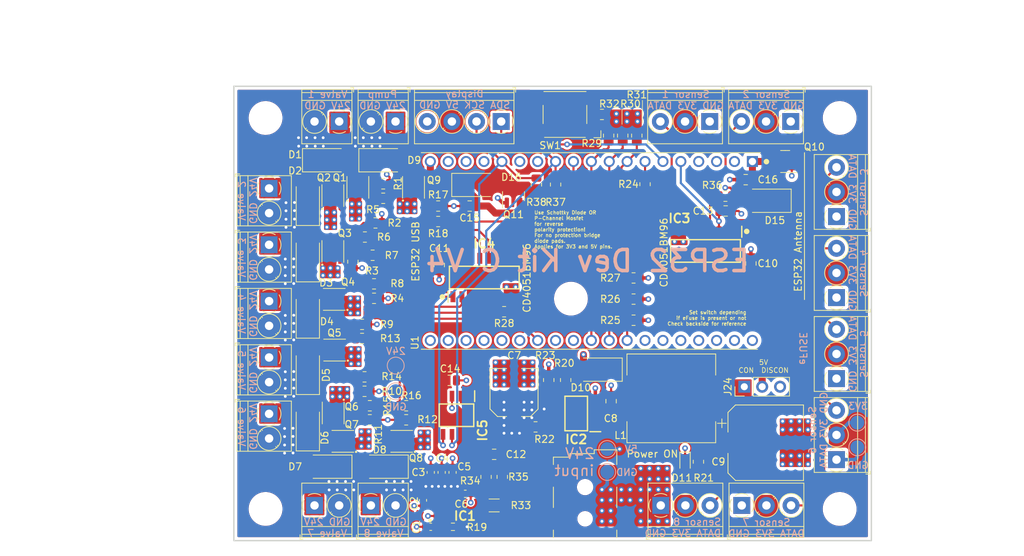
<source format=kicad_pcb>
(kicad_pcb (version 20221018) (generator pcbnew)
  (layers (0 "F.Cu" signal) (1 "In1.Cu" signal) (2 "In2.Cu" signal) (31 "B.Cu" signal) (34 "B.Paste" user) (35 "F.Paste" user) (36 "B.SilkS" user "B.Silkscreen") (37 "F.SilkS" user "F.Silkscreen") (38 "B.Mask" user) (39 "F.Mask" user) (44 "Edge.Cuts" user))
  (net 0 "")
  (net 1 "3V3")
  (net 2 "5V")
  (net 3 "GND")
  (net 4 "Y4.2")
  (net 5 "Y6.2")
  (net 6 "OpAmp_Signal")
  (net 7 "/EXT_5V")
  (net 10 "Sensors_Signal")
  (net 11 "Sensors_Enable")
  (net 12 "Sensors_Select3")
  (net 13 "Sensors_Select2")
  (net 14 "Sensors_Select1")
  (net 15 "Valves_Enable")
  (net 16 "Valves_Select3")
  (net 17 "Valves_Select2")
  (net 18 "Valves_Select1")
  (net 19 "Net-(IC5-IN+)")
  (net 20 "Y7.2")
  (net 21 "Y5.2")
  (net 22 "Net-(IC5-IN-)")
  (net 23 "SCL")
  (net 24 "Y3.2")
  (net 25 "Y0.2")
  (net 26 "Y1.2")
  (net 27 "Y2.2")
  (net 28 "Y4")
  (net 29 "Y6")
  (net 30 "Y7")
  (net 31 "Y5")
  (net 32 "24V")
  (net 33 "SDA")
  (net 34 "Y3")
  (net 35 "Y0")
  (net 36 "Y1")
  (net 37 "Y2")
  (net 38 "Pump_Gate")
  (net 39 "Button")
  (net 40 "5V_raw")
  (net 47 "/Power Supply/TC")
  (net 48 "/Power Supply/SWE")
  (net 49 "/Power Supply/LED")
  (net 50 "/Power Supply/SWC")
  (net 51 "/Power Supply/CII")
  (net 52 "Net-(R32-Pad1)")
  (net 56 "24V_sensed")
  (net 58 "24V_raw")
  (net 59 "/Power Supply/dV{slash}dT")
  (net 60 "/Power Supply/I Lim")
  (net 61 "/High Power Externals/Q1_drain")
  (net 62 "/High Power Externals/Q2_drain")
  (net 63 "/High Power Externals/Q3_drain")
  (net 64 "/High Power Externals/Q4_drain")
  (net 65 "/High Power Externals/Q5_drain")
  (net 66 "/High Power Externals/Q6_drain")
  (net 67 "/High Power Externals/Q7_drain")
  (net 68 "/High Power Externals/Q8_drain")
  (net 69 "/High Power Externals/Q9_drain")
  (net 70 "/High Power Externals/Q1_gate")
  (net 71 "/High Power Externals/Q2_gate")
  (net 72 "/High Power Externals/Q3_gate")
  (net 73 "/High Power Externals/Q4_gate")
  (net 74 "/High Power Externals/Q5_gate")
  (net 75 "/High Power Externals/Q6_gate")
  (net 76 "/High Power Externals/Q7_gate")
  (net 77 "/High Power Externals/Q8_gate")
  (net 78 "/High Power Externals/Q9_gate")
  (net 88 "/EXT_3V3")
  (footprint "Resistor_SMD:R_0805_2012Metric" (layer "F.Cu") (at 117.1 110.6)
    (fp_text reference "R9")
    (fp_text value "3.6k")
  )
  (footprint "Capacitor_SMD:C_0805_2012Metric" (layer "F.Cu") (at 135.85 129.05 180)
    (fp_text reference "C12")
    (fp_text value "100nF")
  )
  (footprint "Diode_SMD:D_SMA" (layer "F.Cu") (at 120.15 130.8 180)
    (fp_text reference "D8")
    (fp_text value "1N5819")
  )
  (footprint "TerminalBlock_Phoenix:TerminalBlock_Phoenix_PT-1,5-3-3.5-H_1x03_P3.50mm_Horizontal" (layer "F.Cu") (at 184.45 118.3 90)
    (fp_text reference "J15" hide)
    (fp_text value "Screw_Terminal_01x03")
  )
  (footprint "Resistor_SMD:R_0805_2012Metric" (layer "F.Cu") (at 118.2 124.15)
    (fp_text reference "R11")
    (fp_text value "3.6k")
  )
  (footprint "Resistor_SMD:R_0805_2012Metric" (layer "F.Cu") (at 120.1 92.7)
    (fp_text reference "R5")
    (fp_text value "330")
  )
  (footprint "Resistor_SMD:R_0805_2012Metric" (layer "F.Cu") (at 134.7 132.25 -90)
    (fp_text reference "R34")
    (fp_text value "0")
  )
  (footprint "TerminalBlock_Phoenix:TerminalBlock_Phoenix_PT-1,5-3-3.5-H_1x03_P3.50mm_Horizontal" (layer "F.Cu") (at 166.45 81.8 180)
    (fp_text reference "J11" hide)
    (fp_text value "Screw_Terminal_01x03")
  )
  (footprint "TerminalBlock_Phoenix:TerminalBlock_Phoenix_PT-1,5-3-3.5-H_1x03_P3.50mm_Horizontal" (layer "F.Cu") (at 184.45 129.8 90)
    (fp_text reference "J16" hide)
    (fp_text value "Screw_Terminal_01x03")
  )
  (footprint "Resistor_SMD:R_0805_2012Metric" (layer "F.Cu") (at 141.725 125.155)
    (fp_text reference "R22")
    (fp_text value "0.33")
  )
  (footprint "Resistor_SMD:R_0805_2012Metric" (layer "F.Cu") (at 155.640489 104.009511 180)
    (fp_text reference "R27")
    (fp_text value "1M")
  )
  (footprint "Resistor_SMD:R_0805_2012Metric" (layer "F.Cu") (at 118.8 104.85)
    (fp_text reference "R8")
    (fp_text value "330")
  )
  (footprint "Resistor_SMD:R_0805_2012Metric" (layer "F.Cu") (at 115.8 101.7 -90)
    (fp_text reference "R3")
    (fp_text value "3.6k")
  )
  (footprint "SamacSys_Parts:SOIC127P600X175-16N" (layer "F.Cu") (at 134.45 103.95 90)
    (fp_text reference "IC4")
    (fp_text value "CD4051BM96" hide)
  )
  (footprint "TerminalBlock_Phoenix:TerminalBlock_Phoenix_PT-1,5-4-3.5-H_1x04_P3.50mm_Horizontal" (layer "F.Cu") (at 136.85 81.8 180)
    (fp_text reference "J19" hide)
    (fp_text value "Screw_Terminal_01x04")
  )
  (footprint "MountingHole:MountingHole_4.3mm_M4" (layer "F.Cu") (at 184.9 136.8)
    (fp_text reference "H5" hide)
    (fp_text value "MountingHole")
  )
  (footprint "PersonalLibrary:L_12x12mm_H8mm_3D" (layer "F.Cu") (at 161 121.1 180)
    (fp_text reference "L1")
    (fp_text value "220uH")
  )
  (footprint "SamacSys_Parts:SOIC127P600X175-8N" (layer "F.Cu") (at 130.5 123.5 -90)
    (fp_text reference "IC5")
    (fp_text value "INA219AIDR" hide)
  )
  (footprint "MountingHole:MountingHole_4.3mm_M4" (layer "F.Cu") (at 103.4 136.8)
    (fp_text reference "H1" hide)
    (fp_text value "MountingHole")
  )
  (footprint "SamacSys_Parts:TPN2R805PLL1Q" (layer "F.Cu") (at 116.5 91.125)
    (fp_text reference "Q1")
    (fp_text value "TPN2R805PL,L1Q" hide)
  )
  (footprint "Resistor_SMD:R_0805_2012Metric" (layer "F.Cu") (at 156.1 83.8 -90)
    (fp_text reference "R31")
    (fp_text value "1M")
  )
  (footprint "TerminalBlock_Phoenix:TerminalBlock_Phoenix_PT-1,5-2-3.5-H_1x02_P3.50mm_Horizontal" (layer "F.Cu") (at 110.35 136.3)
    (fp_text reference "J7" hide)
    (fp_text value "Screw_Terminal_01x02")
  )
  (footprint "TerminalBlock_Phoenix:TerminalBlock_Phoenix_PT-1,5-3-3.5-H_1x03_P3.50mm_Horizontal" (layer "F.Cu") (at 184.45 95.3 90)
    (fp_text reference "J13" hide)
    (fp_text value "Screw_Terminal_01x03")
  )
  (footprint "SamacSys_Parts:TPN2R805PLL1Q" (layer "F.Cu") (at 114.345 127.2 90)
    (fp_text reference "Q7")
    (fp_text value "TPN2R805PL,L1Q" hide)
  )
  (footprint "Capacitor_SMD:C_0805_2012Metric" (layer "F.Cu") (at 128.05 102.175 -90)
    (fp_text reference "C11")
    (fp_text value "100nF")
  )
  (footprint "Capacitor_SMD:CP_Elec_10x10.5" (layer "F.Cu") (at 174.4 127.4)
    (fp_text reference "C9")
    (fp_text value "470uF")
  )
  (footprint "TerminalBlock_Phoenix:TerminalBlock_Phoenix_PT-1,5-2-3.5-H_1x02_P3.50mm_Horizontal" (layer "F.Cu") (at 103.9 99.3 -90)
    (fp_text reference "J3" hide)
    (fp_text value "Screw_Terminal_01x02")
  )
  (footprint "Diode_SMD:D_SMA" (layer "F.Cu") (at 150.525 117.025 180)
    (fp_text reference "D10")
    (fp_text value "1N5819")
  )
  (footprint "Resistor_SMD:R_0805_2012Metric" (layer "F.Cu") (at 118.6 100.7875)
    (fp_text reference "R7")
    (fp_text value "330")
  )
  (footprint "Connector_PinHeader_2.54mm:PinHeader_1x03_P2.54mm_Vertical" (layer "F.Cu") (at 171.36 119.45 90)
    (fp_text reference "J24")
    (fp_text value "Conn_01x03")
  )
  (footprint "SamacSys_Parts:SON50P300X300X80-11N" (layer "F.Cu") (at 128.4 136.3 90)
    (fp_text reference "IC1")
    (fp_text value "NIS4461MT3TXG" hide)
  )
  (footprint "Capacitor_SMD:C_0805_2012Metric" (layer "F.Cu") (at 129.55 118.55)
    (fp_text reference "C14")
    (fp_text value "100nF")
  )
  (footprint "Diode_SMD:D_SMA" (layer "F.Cu") (at 109.4 101.05 90)
    (fp_text reference "D3")
    (fp_text value "1N5819")
  )
  (footprint "Resistor_SMD:R_0805_2012Metric" (layer "F.Cu") (at 143.6 118.5 -90)
    (fp_text reference "R23")
    (fp_text value "1.2k")
  )
  (footprint "TerminalBlock_Phoenix:TerminalBlock_Phoenix_PT-1,5-3-3.5-H_1x03_P3.50mm_Horizontal" (layer "F.Cu") (at 177.95 81.8 180)
    (fp_text reference "J12" hide)
    (fp_text value "Screw_Terminal_01x03")
  )
  (footprint "Resistor_SMD:R_0805_2012Metric" (layer "F.Cu") (at 117.45 120.1)
    (fp_text reference "R10")
    (fp_text value "3.6k")
  )
  (footprint "TerminalBlock_Phoenix:TerminalBlock_Phoenix_PT-1,5-3-3.5-H_1x03_P3.50mm_Horizontal" (layer "F.Cu") (at 171 136.3)
    (fp_text reference "J17" hide)
    (fp_text value "Screw_Terminal_01x03")
  )
  (footprint "Capacitor_SMD:C_0805_2012Metric" (layer "F.Cu") (at 172.3 101.95 90)
    (fp_text reference "C10")
    (fp_text value "100nF")
  )
  (footprint "SamacSys_Parts:TPN2R805PLL1Q" (layer "F.Cu") (at 122.7 127.2 90)
    (fp_text reference "Q8")
    (fp_text value "TPN2R805PL,L1Q" hide)
  )
  (footprint "Resistor_SMD:R_0805_2012Metric" (layer "F.Cu") (at 120.1 90.65)
    (fp_text reference "R1")
    (fp_text value "3.6k")
  )
  (footprint "Diode_SMD:D_SMA" (layer "F.Cu") (at 120.15 87.3)
    (fp_text reference "D9")
    (fp_text value "1N5819")
  )
  (footprint "TerminalBlock_Phoenix:TerminalBlock_Phoenix_PT-1,5-2-3.5-H_1x02_P3.50mm_Horizontal" (layer "F.Cu") (at 118.35 136.3)
    (fp_text reference "J8" hide)
    (fp_text value "Screw_Terminal_01x02")
  )
  (footprint "SamacSys_Parts:TPN2R805PLL1Q" (layer "F.Cu") (at 113.125 107.05 90)
    (fp_text reference "Q4")
    (fp_text value "TPN2R805PL,L1Q" hide)
  )
  (footprint "PersonalLibrary:MODULE_ESP32-DEVKITC-32D" (layer "F.Cu") (at 152.75 100.1775 -90)
    (fp_text reference "U1")
    (fp_text value "ESP32-DEVKITC-32D")
  )
  (footprint "Resistor_SMD:R_1206_3216Metric" (layer "F.Cu") (at 135.85 136.3 180)
    (fp_text reference "R33")
    (fp_text value "R_Shunt_20m")
  )
  (footprint "Capacitor_SMD:C_0603_1608Metric" (layer "F.Cu") (at 128.4 131.61 90)
    (fp_text reference "C4")
    (fp_text value "100nF")
  )
  (footprint "SamacSys_Parts:TPN2R805PLL1Q" (layer "F.Cu") (at 113 123.2 180)
    (fp_text reference "Q6")
    (fp_text value "TPN2R805PL,L1Q" hide)
  )
  (footprint "Capacitor_SMD:C_0603_1608Metric" (layer "F.Cu") (at 126.8475 131.61 90)
    (fp_text reference "C3")
    (fp_text value "100nF")
  )
  (footprint "PersonalLibrary:SW_SPST_Omron_B3FS-100xP_3D" (layer "F.Cu") (at 145.9 80.8 180)
    (fp_text reference "SW1")
    (fp_text value "SW_MEC_5E")
  )
  (footprint "SamacSys_Parts:TPN2R805PLL1Q" (layer "F.Cu") (at 112.95 92.295)
    (fp_text reference "Q2")
    (fp_text value "TPN2R805PL,L1Q" hide)
  )
  (footprint "Package_TO_SOT_SMD:SOT-23" (layer "F.Cu") (at 138.6 92.4 90)
    (fp_text reference "Q11")
    (fp_text value "SE3415")
  )
  (footprint "Resistor_SMD:R_0805_2012Metric" (layer "F.Cu") (at 117.5 98.2)
    (fp_text reference "R6")
    (fp_text value "330")
  )
  (footprint "Capacitor_SMD:C_0805_2012Metric" (layer "F.Cu") (at 168.712989 94.5)
    (fp_text reference "C13")
    (fp_text value "100nF")
  )
  (footprint "SamacSys_Parts:TPN2R805PLL1Q" (layer "F.Cu") (at 124.4 91.125)
    (fp_text reference "Q9")
    (fp_text value "TPN2R805PL,L1Q" hide)
  )
  (footprint "Resistor_SMD:R_0805_2012Metric" (layer "F.Cu") (at 123.3625 122.15 180)
    (fp_text reference "R16")
    (fp_text value "330")
  )
  (footprint "Capacitor_SMD:C_0805_2012Metric" (layer "F.Cu") (at 152.45 121.5 90)
    (fp_text reference "C8")
    (fp_text value "470pF")
  )
  (footprint "SamacSys_Parts:TPN2R805PLL1Q" (layer "F.Cu") (at 113.18 114.25 90)
    (fp_text reference "Q5")
    (fp_text value "TPN2R805PL,L1Q" hide)
  )
  (footprint "Capacitor_SMD:C_0603_1608Metric" (layer "F.Cu") (at 129.9475 131.61 90)
    (fp_text reference "C5")
    (fp_text value "100nF")
  )
  (footprint "Resistor_SMD:R_0805_2012Metric" (layer "F.Cu") (at 117.1 112.6)
    (fp_text reference "R13")
    (fp_text value "330")
  )
  (footprint "Resistor_SMD:R_0805_2012Metric" (layer "F.Cu") (at 118.2 122.15)
    (fp_text reference "R15")
    (fp_text value "330")
  )
  (footprint "SamacSys_Parts:SOIC127P600X175-16N" (layer "F.Cu") (at 165.857989 100.175 -90)
    (fp_text reference "IC3")
    (fp_text value "CD4051BM96" hide)
  )
  (footprint "Diode_SMD:D_SMA" (layer "F.Cu") (at 112.15 130.8 180)
    (fp_text reference "D7")
    (fp_text value "1N5819")
  )
  (footprint "TerminalBlock_Phoenix:TerminalBlock_Phoenix_PT-1,5-2-3.5-H_1x02_P3.50mm_Horizontal" (layer "F.Cu") (at 103.9 123.3 -90)
    (fp_text reference "J6" hide)
    (fp_text value "Screw_Terminal_01x02")
  )
  (footprint "Resistor_SMD:R_0805_2012Metric" (layer "F.Cu") (at 118.8 106.9)
    (fp_text reference "R4")
    (fp_text value "3.6k")
  )
  (footprint "PersonalLibrary:CUI_PJ-002BH-SMT-TR" (layer "F.Cu") (at 143.0575 132.1 90)
    (fp_text reference "J10" hide)
    (fp_text value "KH-DC-050-2.0STM")
  )
  (footprint "TerminalBlock_Phoenix:TerminalBlock_Phoenix_PT-1,5-2-3.5-H_1x02_P3.50mm_Horizontal" (layer "F.Cu") (at 103.9 91.3 -90)
    (fp_text reference "J2" hide)
    (fp_text value "Screw_Terminal_01x02")
  )
  (footprint "SamacSys_Parts:SOIC127P600X175-8N" (layer "F.Cu") (at 147.5 123.25 180)
    (fp_text reference "IC2")
    (fp_text value "MC34063ADR2G" hide)
  )
  (footprint "Capacitor_SMD:C_0805_2012Metric" (layer "F.Cu") (at 171.56 90.05 180)
    (fp_text reference "C16")
    (fp_text value "100nF")
  )
  (footprint "Resistor_SMD:R_0805_2012Metric" (layer "F.Cu") (at 137.2675 108.8 180)
    (fp_text reference "R28")
    (fp_text value "1M")
  )
  (footprint "MountingHole:MountingHole_4.3mm_M4" (layer "F.Cu") (at 146.75 106.95)
    (fp_text reference "H4" hide)
    (fp_text value "MountingHole")
  )
  (footprint "Resistor_SMD:R_0805_2012Metric" (layer "F.Cu") (at 127.9 96)
    (fp_text reference "R18")
    (fp_text value "330")
  )
  (footprint "LED_SMD:LED_0603_1608Metric" (layer "F.Cu") (at 162.95 130.225 -90)
    (fp_text reference "D11")
    (fp_text value "LED Blue")
  )
  (footprint "Resistor_SMD:R_0805_2012Metric" (layer "F.Cu") (at 151.15 80.8)
    (fp_text reference "R32")
    (fp_text value "1M")
  )
  (footprint "Resistor_SMD:R_0805_2012Metric" (layer "F.Cu") (at 157.27 90.7 90)
    (fp_text reference "R24")
    (fp_text value "1M")
  )
  (footprint "TerminalBlock_Phoenix:TerminalBlock_Phoenix_PT-1,5-3-3.5-H_1x03_P3.50mm_Horizontal" (layer "F.Cu") (at 159.5 136.3)
    (fp_text reference "J18" hide)
    (fp_text value "Screw_Terminal_01x03")
  )
  (footprint "Resistor_SMD:R_0805_2012Metric" (layer "F.Cu") (at 155.640489 107.009511 180)
    (fp_text reference "R26")
    (fp_text value "1M")
  )
  (footprint "TerminalBlock_Phoenix:TerminalBlock_Phoenix_PT-1,5-3-3.5-H_1x03_P3.50mm_Horizontal" (layer "F.Cu") (at 184.45 106.8 90)
    (fp_text reference "J14" hide)
    (fp_text value "Screw_Terminal_01x03")
  )
  (footprint "Resistor_SMD:R_0805_2012Metric" (layer "F.Cu") (at 146 118.5 90)
    (fp_text reference "R20")
    (fp_text value "3.6k")
  )
  (footprint "Resistor_SMD:R_0805_2012Metric" (layer "F.Cu") (at 154.1 83.8 -90)
    (fp_text reference "R30")
    (fp_text value "1M")
  )
  (footprint "Package_TO_SOT_SMD:SOT-23" (layer "F.Cu") (at 177.1625 87.4775 180)
    (fp_text reference "Q10")
    (fp_text value "SE3415")
  )
  (footprint "Resistor_SMD:R_0805_2012Metric" (layer "F.Cu") (at 117.45 118.05)
    (fp_text reference "R14")
    (fp_text value "330")
  )
  (footprint "TerminalBlock_Phoenix:TerminalBlock_Phoenix_PT-1,5-2-3.5-H_1x02_P3.50mm_Horizontal" (layer "F.Cu") (at 103.9 107.3 -90)
    (fp_text reference "J4" hide)
    (fp_text value "Screw_Terminal_01x02")
  )
  (footprint "Resistor_SMD:R_0603_1608Metric" (layer "F.Cu") (at 129.9975 139.335 180)
    (fp_text reference "R19")
    (fp_text value "20")
  )
  (footprint "Resistor_SMD:R_0805_2012Metric" (layer "F.Cu") (at 141.85 90.75 90)
    (fp_text reference "R38")
    (fp_text value "3.6k")
  )
  (footprint "Resistor_SMD:R_0805_2012Metric" (layer "F.Cu") (at 119 96.2)
    (fp_text reference "R2")
    (fp_text value "3.6k")
  )
  (footprint "SamacSys_Parts:TPN2R805PLL1Q" (layer "F.Cu") (at 112.95 100.225)
    (fp_text reference "Q3")
    (fp_text value "TPN2R805PL,L1Q" hide)
  )
  (footprint "Capacitor_SMD:C_0603_1608Metric" (layer "F.Cu") (at 126.8475 139.335 180)
    (fp_text reference "C1")
    (fp_text value "470pF")
  )
  (footprint "Resistor_SMD:R_0805_2012Metric" (layer "F.Cu") (at 152.1 83.8 -90)
    (fp_text reference "R29")
    (fp_text value "1M")
  )
  (footprint "Diode_SMD:D_SMA" (layer "F.Cu") (at 109.4 117.05 90)
    (fp_text reference "D5")
    (fp_text value "1N5819")
  )
  (footprint "Resistor_SMD:R_0805_2012Metric" (layer "F.Cu") (at 144.57 90.75 90)
    (fp_text reference "R37")
    (fp_text value "3.6k")
  )
  (footprint "TerminalBlock_Phoenix:TerminalBlock_Phoenix_PT-1,5-2-3.5-H_1x02_P3.50mm_Horizontal" (layer "F.Cu") (at 113.85 81.8 180)
    (fp_text reference "J1" hide)
    (fp_text value "Screw_Terminal_01x02")
  )
  (footprint "MountingHole:MountingHole_4.3mm_M4" (layer "F.Cu") (at 184.9 81.3)
    (fp_text reference "H2" hide)
    (fp_text value "MountingHole")
  )
  (footprint "Diode_SMD:D_SMA" (layer "F.Cu") (at 133.340489 90.809511)
    (fp_text reference "D16")
    (fp_text value "1N5819")
  )
  (footprint "Resistor_SMD:R_0805_2012Metric" (layer "F.Cu") (at 164.85 130.1 90)
    (fp_text reference "R21")
    (fp_text value "1.2k")
  )
  (footprint "Capacitor_SMD:CP_Elec_6.3x7.7" (layer "F.Cu") (at 138.675 120.275 90)
    (fp_text reference "C7")
    (fp_text value "100uF")
  )
  (footprint "MountingHole:MountingHole_4.3mm_M4" (layer "F.Cu") (at 103.4 81.3)
    (fp_text reference "H3" hide)
    (fp_text value "MountingHole")
  )
  (footprint "Diode_SMD:D_SMA" (layer "F.Cu") (at 174.51 93.05 180)
    (fp_text reference "D15")
    (fp_text value "1N5819")
  )
  (footprint "Resistor_SMD:R_0805_2012Metric" (layer "F.Cu") (at 137 132.25 -90)
    (fp_text reference "R35")
    (fp_text value "0")
  )
  (footprint "Capacitor_SMD:C_0603_1608Metric" (layer "F.Cu") (at 131.75 134.65)
    (fp_text reference "C6")
    (fp_text value "100nF")
  )
  (footprint "Resistor_SMD:R_0805_2012Metric" (layer "F.Cu") (at 155.640489 110.009511 180)
    (fp_text reference "R25")
    (fp_text value "1M")
  )
  (footprint "TerminalBlock_Phoenix:TerminalBlock_Phoenix_PT-1,5-2-3.5-H_1x02_P3.50mm_Horizontal" (layer "F.Cu") (at 121.85 81.8 180)
    (fp_text reference "J9" hide)
    (fp_text value "Screw_Terminal_01x02")
  )
  (footprint "Diode_SMD:D_SMA" (layer "F.Cu") (at 112.15 87.3)
    (fp_text reference "D1")
    (fp_text value "1N5819")
  )
  (footprint "TerminalBlock_Phoenix:TerminalBlock_Phoenix_PT-1,5-2-3.5-H_1x02_P3.50mm_Horizontal" (layer "F.Cu") (at 103.9 115.3 -90)
    (fp_text reference "J5" hide)
    (fp_text value "Screw_Terminal_01x02")
  )
  (footprint "Diode_SMD:D_SMA" (layer "F.Cu") (at 109.4 93.05 90)
    (fp_text reference "D2")
    (fp_text value "1N5819")
  )
  (footprint "Capacitor_SMD:C_0805_2012Metric" (layer "F.Cu") (at 132.375 93.8 180)
    (fp_text reference "C15")
    (fp_text value "100nF")
  )
  (footprint "Resistor_SMD:R_0805_2012Metric" (layer "F.Cu") (at 127.9 93.8)
    (fp_text reference "R17")
    (fp_text value "3.6k")
  )
  (footprint "Diode_SMD:D_SMA" (layer "F.Cu") (at 109.4 125.05 90)
    (fp_text reference "D6")
    (fp_text value "1N5819")
  )
  (footprint "Capacitor_SMD:C_0603_1608Metric" (layer "F.Cu") (at 125.75 135.575 -90)
    (fp_text reference "C2")
    (fp_text value "100nF")
  )
  (footprint "Diode_SMD:D_SMA" (layer "F.Cu") (at 109.4 109.05 90)
    (fp_text reference "D4")
    (fp_text value "1N5819")
  )
  (footprint "Resistor_SMD:R_0805_2012Metric" (layer "F.Cu") (at 123.3625 124.15 180)
    (fp_text reference "R12")
    (fp_text value "3.6k")
  )
  (footprint "Resistor_SMD:R_0805_2012Metric" (layer "F.Cu") (at 168.675489 92.4 180)
    (fp_text reference "R36")
    (fp_text value "1M")
  )
  (footprint "TestPoint:TestPoint_Pad_D2.0mm" (layer "B.Cu") (at 187.4 124.55 180)
    (fp_text reference "TP4" hide)
    (fp_text value "TestPoint")
  )
  (footprint "TestPoint:TestPoint_Pad_D2.0mm" (layer "B.Cu") (at 151.9 128.3 180)
    (fp_text reference "TP1" hide)
    (fp_text value "TestPoint")
  )
  (footprint "TestPoint:TestPoint_Pad_D2.0mm" (layer "B.Cu") (at 121.875 116.45 180)
    (fp_text reference "TP3" hide)
    (fp_text value "TestPoint")
  )
  (footprint "TestPoint:TestPoint_Pad_D2.0mm" (layer "B.Cu") (at 187.4 128.05 180)
    (fp_text reference "TP5" hide)
    (fp_text value "TestPoint")
  )
  (footprint "TestPoint:TestPoint_Pad_D2.0mm" (layer "B.Cu") (at 121.875 120.1 180)
    (fp_text reference "TP6" hide)
    (fp_text value "TestPoint")
  )
  (footprint "TestPoint:TestPoint_Pad_D2.0mm" (layer "B.Cu") (at 151.9 131.55 180)
    (fp_text reference "TP2" hide)
    (fp_text value "TestPoint")
  )
  (gr_circle (center 171.7 97.4) (end 172.016228 97.4) (stroke (width 0.15)) (fill solid) (layer "F.SilkS"))
  (gr_line (start 154 80) (end 154 82.2) (stroke (width 0.1)) (layer "F.SilkS"))
  (gr_circle (center 174.5 87.5) (end 174.816228 87.5) (stroke (width 0.15)) (fill solid) (layer "F.SilkS"))
  (gr_circle (center 128.5 106.7) (end 128.816228 106.7) (stroke (width 0.15)) (fill solid) (layer "F.SilkS"))
  (gr_line (start 156.9 78.8) (end 156.9 82) (stroke (width 0.1)) (layer "F.SilkS"))
  (gr_rect (start 98.9 76.8) (end 189.4 141.3) (stroke (width 0.2)) (fill none) (layer "Edge.Cuts"))
  (gr_text "Sensor 3\nGND 3V3 DATA" (at 187.5 91.85 270) (layer "B.SilkS") (effects (font (size 1 1)) (justify mirror)))
  (gr_text "GND 24V\nValve 7" (at 112.15 139.45) (layer "B.SilkS") (effects (font (size 1 1)) (justify mirror)))
  (gr_text "24V" (at 121.9 114.4) (layer "B.SilkS") (effects (font (size 1 1)) (justify mirror)))
  (gr_text "GND" (at 121.9 122.3) (layer "B.SilkS") (effects (font (size 1 1)) (justify mirror)))
  (gr_text "GND 24V\nValve 3" (at 100.8 101.1 270) (layer "B.SilkS") (effects (font (size 1 1)) (justify mirror)))
  (gr_text "Display\nSDA SCK 5V GND" (at 131.65 78.65) (layer "B.SilkS") (effects (font (size 1 1)) (justify mirror)))
  (gr_text "Sensor 1\nGND 3V3 DATA" (at 163.05 78.75) (layer "B.SilkS") (effects (font (size 1 1)) (justify mirror)))
  (gr_text "Pump\n24V GND" (at 120 78.75) (layer "B.SilkS") (effects (font (size 1 1)) (justify mirror)))
  (gr_text "eFUSE" (at 179.7 114 270) (layer "B.SilkS") (effects (font (size 1 1)) (justify mirror)))
  (gr_text "Sensor 5\nGND 3V3 DATA" (at 187.5 114.8 270) (layer "B.SilkS") (effects (font (size 1 1)) (justify mirror)))
  (gr_text "Sensor 7\nDATA 3V3 GND" (at 174.5 139.5) (layer "B.SilkS") (effects (font (size 1 1)) (justify mirror)))
  (gr_text "Sensor 4\nGND 3V3 DATA" (at 187.5 103.35 270) (layer "B.SilkS") (effects (font (size 1 1)) (justify mirror)))
  (gr_text "Sensor 8\nDATA 3V3 GND" (at 168.15 139.45) (layer "B.SilkS") (effects (font (size 1 1)) (justify left mirror)))
  (gr_text "Sensor 2\nGND 3V3 DATA" (at 174.5 78.75) (layer "B.SilkS") (effects (font (size 1 1)) (justify mirror)))
  (gr_text "5V" (at 155.3 128.3) (layer "B.SilkS") (effects (font (size 1 1)) (justify mirror)))
  (gr_text "GND" (at 187.5 130.6) (layer "B.SilkS") (effects (font (size 1 1)) (justify mirror)))
  (gr_text "GND 24V\nValve 5" (at 100.8 117.1 270) (layer "B.SilkS") (effects (font (size 1 1)) (justify mirror)))
  (gr_text "GND 24V\nValve 2" (at 100.8 93.05 270) (layer "B.SilkS") (effects (font (size 1 1)) (justify mirror)))
  (gr_text "3V3" (at 187.5 122.2) (layer "B.SilkS") (effects (font (size 1 1)) (justify mirror)))
  (gr_text "Sensor 6\nGND 3V3 DATA" (at 181.85 125.6 90) (layer "B.SilkS") (effects (font (size 1 1)) (justify mirror)))
  (gr_text "24V\ninput" (at 150.2 130.15) (layer "B.SilkS") (effects (font (size 1.5 1.5) (thickness 0.2)) (justify left mirror)))
  (gr_text "Valve 1\n24V GND" (at 112.2 78.75) (layer "B.SilkS") (effects (font (size 1 1)) (justify mirror)))
  (gr_text "GND 24V\nValve 4" (at 100.8 109.1 270) (layer "B.SilkS") (effects (font (size 1 1)) (justify mirror)))
  (gr_text "GND" (at 154.7 131.6) (layer "B.SilkS") (effects (font (size 1 1)) (justify mirror)))
  (gr_text "ESP32 Dev Kit C V4" (at 149.1 101.6) (layer "B.SilkS") (effects (font (size 3 3) (thickness 0.5) bold) (justify mirror)))
  (gr_text "GND 24V\nValve 6" (at 100.8 125.1 270) (layer "B.SilkS") (effects (font (size 1 1)) (justify mirror)))
  (gr_text "GND 24V\nValve 8" (at 120.15 139.45) (layer "B.SilkS") (effects (font (size 1 1)) (justify mirror)))
  (gr_text "Power ON" (at 154.575 129.575) (layer "F.SilkS") (effects (font (size 1 1)) (justify left bottom)))
  (gr_text "ESP32 Antenna" (at 179 100.25 90) (layer "F.SilkS") (effects (font (size 1 1))))
  (gr_text "5V\nCON  DISCON" (at 174.1 117.525) (layer "F.SilkS") (effects (font (size 0.7 0.7) (thickness 0.1)) (justify bottom)))
  (gr_text "CD4051BM96" (at 140.5 104 90) (layer "F.SilkS") (effects (font (size 1 1))))
  (gr_text "Set switch depending\nif eFuse is present or not\nCheck backside for reference" (at 171.7 110.8) (layer "F.SilkS") (effects (font (size 0.5 0.5) (thickness 0.1)) (justify right bottom)))
  (gr_text "CD4051BM96" (at 159.95 100.4 90) (layer "F.SilkS") (effects (font (size 1 1))))
  (gr_text "Use Schottky Diode OR\nP-Channel Mosfet\nfor reverse\npolarity protection!\nFor no protection bridge\ndiode pads.\nApplies for 3V3 and 5V pins." (at 141.5 99.85) (layer "F.SilkS") (effects (font (size 0.5 0.5) (thickness 0.1)) (justify left bottom)))
  (gr_text "ESP32 USB" (at 124.7 100.25 90) (layer "F.SilkS") (effects (font (size 1 1))))
  (segment (start 149.9 78.55) (end 159.7 78.55) (width 0.3) (layer "F.Cu") (net 1))
  (segment (start 159.7 78.55) (end 162.95 81.8) (width 0.3) (layer "F.Cu") (net 1))
  (segment (start 141.9 78.55) (end 149.9 78.55) (width 0.3) (layer "F.Cu") (net 1))
  (segment (start 186.2 124.55) (end 187.4 124.55) (width 0.5) (layer "B.Cu") (net 1))
  (segment (start 184.45 126.3) (end 186.2 124.55) (width 0.5) (layer "B.Cu") (net 1))
  (segment (start 128.05 101.225) (end 130.005 101.225) (width 0.5) (layer "F.Cu") (net 2))
  (segment (start 173.5 116.75) (end 173.35 116.6) (width 1) (layer "F.Cu") (net 2))
  (segment (start 128.6 120.784) (end 128.595 120.789) (width 0.3) (layer "F.Cu") (net 2))
  (segment (start 169.9 100.3) (end 152.15 100.3) (width 0.5) (layer "F.Cu") (net 2))
  (segment (start 173.9 119.45) (end 173.9 117.15) (width 1) (layer "F.Cu") (net 2))
  (segment (start 170.345 100.745) (end 169.9 100.3) (width 0.5) (layer "F.Cu") (net 2))
  (segment (start 170.302989 102.9) (end 172.3 102.9) (width 0.5) (layer "F.Cu") (net 2))
  (segment (start 173.35 116.6) (end 171.9 116.6) (width 1) (layer "F.Cu") (net 2))
  (segment (start 128.6 118.55) (end 128.6 120.784) (width 0.3) (layer "F.Cu") (net 2))
  (segment (start 157.25 91.6125) (end 153.1125 91.6125) (width 0.3) (layer "F.Cu") (net 2))
  (segment (start 173.9 117.15) (end 173.5 116.75) (width 1) (layer "F.Cu") (net 2))
  (segment (start 170.345 102.9025) (end 170.345 100.745) (width 0.5) (layer "F.Cu") (net 2))
  (via (at 153.65 128.3) (size 0.8) (drill 0.4) (layers "F.Cu" "B.Cu") (net 2))
  (segment (start 151.9 128.3) (end 153.65 128.3) (width 0.5) (layer "B.Cu") (net 2))
  (segment (start 170.55 94.5) (end 170.95 94.9) (width 0.3) (layer "F.Cu") (net 3))
  (segment (start 119.9125 96.2) (end 119.9125 94.9125) (width 0.3) (layer "F.Cu") (net 3))
  (segment (start 126.0725 139.335) (end 124.85 139.335) (width 0.3) (layer "F.Cu") (net 3))
  (segment (start 129.9475 129.6) (end 129.9475 130.835) (width 0.3) (layer "F.Cu") (net 3))
  (segment (start 178.1 88.4275) (end 178.1 89.5) (width 0.3) (layer "F.Cu") (net 3))
  (segment (start 162.95 129.4375) (end 162.95 128.175) (width 0.3) (layer "F.Cu") (net 3))
  (segment (start 170.61 90.05) (end 169.3 90.05) (width 0.5) (layer "F.Cu") (net 3))
  (segment (start 169.587989 94.425) (end 169.662989 94.5) (width 0.3) (layer "F.Cu") (net 3))
  (segment (start 122.4375 124.15) (end 120.75 124.15) (width 0.3) (layer "F.Cu") (net 3))
  (segment (start 169.587989 91.437989) (end 169.587989 92.4) (width 0.3) (layer "F.Cu") (net 3))
  (segment (start 129.865 120.789) (end 129.865 122.5) (width 0.3) (layer "F.Cu") (net 3))
  (segment (start 118.0125 110.6) (end 119.2 110.6) (width 0.3) (layer "F.Cu") (net 3))
  (segment (start 150.211 121.345) (end 150.211 119.65) (width 0.5) (layer "F.Cu") (net 3))
  (segment (start 148.525 117.025) (end 148.525 114.875) (width 1) (layer "F.Cu") (net 3))
  (segment (start 156.552989 107.009511) (end 157.740489 107.009511) (width 0.5) (layer "F.Cu") (net 3))
  (segment (start 126.8475 129.6025) (end 126.85 129.6) (width 0.3) (layer "F.Cu") (net 3))
  (segment (start 118.3625 120.1) (end 119.5 120.1) (width 0.3) (layer "F.Cu") (net 3))
  (segment (start 143.6 117.5875) (end 143.6 116.25) (width 0.5) (layer "F.Cu") (net 3))
  (segment (start 169.35 91.2) (end 169.587989 91.437989) (width 0.3) (layer "F.Cu") (net 3))
  (segment (start 152.45 120.55) (end 152.45 119.25) (width 0.3) (layer "F.Cu") (net 3))
  (segment (start 128.4 130.835) (end 128.4 129.6) (width 0.3) (layer "F.Cu") (net 3))
  (segment (start 119.7125 106.9) (end 120.8 106.9) (width 0.3) (layer "F.Cu") (net 3))
  (segment (start 169.662989 94.5) (end 170.55 94.5) (width 0.3) (layer "F.Cu") (net 3))
  (segment (start 119.1125 124.15) (end 120.75 124.15) (width 0.3) (layer "F.Cu") (net 3))
  (segment (start 131.425 93.8) (end 130.125 93.8) (width 0.3) (layer "F.Cu") (net 3))
  (segment (start 130.5 118.55) (end 131.9 118.55) (width 0.3) (layer "F.Cu") (net 3))
  (segment (start 117.0875 102.6125) (end 117.1 102.6) (width 0.3) (layer "F.Cu") (net 3))
  (segment (start 126.8475 130.835) (end 126.8475 129.6025) (width 0.3) (layer "F.Cu") (net 3))
  (segment (start 125.75 136.35) (end 124.5 136.35) (width 0.3) (layer "F.Cu") (net 3))
  (segment (start 121.0125 89.7125) (end 120.6 89.3) (width 0.3) (layer "F.Cu") (net 3))
  (segment (start 156.552989 110.009511) (end 157.740489 110.009511) (width 0.5) (layer "F.Cu") (net 3))
  (segment (start 127.4 137.8) (end 126.45 137.8) (width 0.3) (layer "F.Cu") (net 3))
  (segment (start 128.05 103.125) (end 128.05 104.25) (width 0.5) (layer "F.Cu") (net 3))
  (segment (start 130.125 93.8) (end 128.8125 93.8) (width 0.3) (layer "F.Cu") (net 3))
  (segment (start 121.0125 90.65) (end 121.0125 89.7125) (width 0.3) (layer "F.Cu") (net 3))
  (segment (start 119.9125 94.9125) (end 119.9 94.9) (width 0.3) (layer "F.Cu") (net 3))
  (segment (start 168.65 91.2) (end 169.35 91.2) (width 0.3) (layer "F.Cu") (net 3))
  (segment (start 137.65 93.3375) (end 137.0375 93.3375) (width 0.5) (layer "F.Cu") (net 3))
  (segment (start 132.525 134.65) (end 132.525 135.9) (width 0.3) (layer "F.Cu") (net 3))
  (segment (start 115.8 102.6125) (end 117.0875 102.6125) (width 0.3) (layer "F.Cu") (net 3))
  (segment (start 137.0375 93.3375) (end 136.35 92.65) (width 0.5) (layer "F.Cu") (net 3))
  (segment (start 156.552989 104.009511) (end 157.740489 104.009511) (width 0.5) (layer "F.Cu") (net 3))
  (segment (start 172.3 101) (end 172.3 99.9) (width 0.5) (layer "F.Cu") (net 3))
  (via (at 120.6 89.3) (size 0.8) (drill 0.4) (layers "F.Cu" "B.Cu") (net 3))
  (via (at 115.45 109) (size 0.8) (drill 0.4) (layers "F.Cu" "B.Cu") (net 3))
  (via (at 126.45 125.95) (size 0.8) (drill 0.4) (layers "F.Cu" "B.Cu") (net 3))
  (via (at 124.85 139.335) (size 0.8) (drill 0.4) (layers "F.Cu" "B.Cu") (net 3))
  (via (at 137.6 105.3) (size 0.8) (drill 0.4) (layers "F.Cu" "B.Cu") (net 3))
  (via (at 162.7 98.85) (size 0.8) (drill 0.4) (layers "F.Cu" "B.Cu") (net 3))
  (via (at 116.7 93.5) (size 0.8) (drill 0.4) (layers "F.Cu" "B.Cu") (net 3))
  (via (at 137.25 116) (size 0.8) (drill 0.4) (layers "F.Cu" "B.Cu") (net 3))
  (via (at 143.6 116.25) (size 0.8) (drill 0.4) (layers "F.Cu" "B.Cu") (net 3))
  (via (at 117 126.85) (size 0.8) (drill 0.4) (layers "F.Cu" "B.Cu") (net 3))
  (via (at 180.4 129.25) (size 0.8) (drill 0.4) (layers "F.Cu" "B.Cu") (net 3))
  (via (at 115.65 94.55) (size 0.8) (drill 0.4) (layers "F.Cu" "B.Cu") (net 3))
  (via (at 155.15 135.55) (size 0.8) (drill 0.4) (layers "F.Cu" "B.Cu") (net 3))
  (via (at 150.211 119.65) (size 0.8) (drill 0.4) (layers "F.Cu" "B.Cu") (net 3))
  (via (at 125.4 125.95) (size 0.8) (drill 0.4) (layers "F.Cu" "B.Cu") (net 3))
  (via (at 179.2 130.45) (size 0.8) (drill 0.4) (layers "F.Cu" "B.Cu") (net 3))
  (via (at 176.8 130.45) (size 0.8) (drill 0.4) (layers "F.Cu" "B.Cu") (net 3))
  (via (at 136.05 117.05) (size 0.8) (drill 0.4) (layers "F.Cu" "B.Cu") (net 3))
  (via (at 169.3 90.05) (size 0.8) (drill 0.4) (layers "F.Cu" "B.Cu") (net 3))
  (via (at 153.2 81.8) (size 0.8) (drill 0.4) (layers "F.Cu" "B.Cu") (net 3))
  (via (at 124.55 94.55) (size 0.8) (drill 0.4) (layers "F.Cu" "B.Cu") (net 3))
  (via (at 112.9 119.8) (size 0.8) (drill 0.4) (layers "F.Cu" "B.Cu") (net 3))
  (via (at 136.05 116) (size 0.8) (drill 0.4) (layers "F.Cu" "B.Cu") (net 3))
  (via (at 152.4 134.05) (size 0.8) (drill 0.4) (layers "F.Cu" "B.Cu") (net 3))
  (via (at 112.1 95.75) (size 0.8) (drill 0.4) (layers "F.Cu" "B.Cu") (net 3))
  (via (at 126.45 137.8) (size 0.8) (drill 0.4) (layers "F.Cu" "B.Cu") (net 3))
  (via (at 123.5 94.55) (size 0.8) (drill 0.4) (layers "F.Cu" "B.Cu") (net 3))
  (via (at 120.8 106.9) (size 0.8) (drill 0.4) (layers "F.Cu" "B.Cu") (net 3))
  (via (at 151.15 135.55) (size 0.8) (drill 0.4) (layers "F.Cu" "B.Cu") (net 3))
  (via (at 113.65 102.6) (size 0.8) (drill 0.4) (layers "F.Cu" "B.Cu") (net 3))
  (via (at 153.2 80.7) (size 0.8) (drill 0.4) (layers "F.Cu" "B.Cu") (net 3))
  (via (at 126.45 128.05) (size 0.8) (drill 0.4) (layers "F.Cu" "B.Cu") (net 3))
  (via (at 178.1 89.5) (size 0.8) (drill 0.4) (layers "F.Cu" "B.Cu") (net 3))
  (via (at 116.5 109) (size 0.8) (drill 0.4) (layers "F.Cu" "B.Cu") (net 3))
  (via (at 112.6 103.65) (size 0.8) (drill 0.4) (layers "F.Cu" "B.Cu") (net 3))
  (via (at 113.15 96.8) (size 0.8) (drill 0.4) (layers "F.Cu" "B.Cu") (net 3))
  (via (at 129.865 122.5) (size 0.8) (drill 0.4) (layers "F.Cu" "B.Cu") (net 3))
  (via (at 115.65 95.6) (size 0.8) (drill 0.4) (layers "F.Cu" "B.Cu") (net 3))
  (via (at 125.4 127) (size 0.8) (drill 0.4) (layers "F.Cu" "B.Cu") (net 3))
  (via (at 168.65 91.2) (size 0.8) (drill 0.4) (layers "F.Cu" "B.Cu") (net 3))
  (via (at 155.15 134.05) (size 0.8) (drill 0.4) (layers "F.Cu" "B.Cu") (net 3))
  (via (at 137.25 118.1) (size 0.8) (drill 0.4) (layers "F.Cu" "B.Cu") (net 3))
  (via (at 140.1 119.15) (size 0.8) (drill 0.4) (layers "F.Cu" "B.Cu") (net 3))
  (via (at 180.4 130.45) (size 0.8) (drill 0.4) (layers "F.Cu" "B.Cu") (net 3))
  (via (at 152.4 138.55) (size 0.8) (drill 0.4) (layers "F.Cu" "B.Cu") (net 3))
  (via (at 178 130.45) (size 0.8) (drill 0.4) (layers "F.Cu" "B.Cu") (net 3))
  (via (at 136.05 119.15) (size 0.8) (drill 0.4) (layers "F.Cu" "B.Cu") (net 3))
  (via (at 140.1 117.05) (size 0.8) (drill 0.4) (layers "F.Cu" "B.Cu") (net 3))
  (via (at 152.4 135.55) (size 0.8) (drill 0.4) (layers "F.Cu" "B.Cu") (net 3))
  (via (at 131.9 118.55) (size 0.8) (drill 0.4) (layers "F.Cu" "B.Cu") (net 3))
  (via (at 178 129.25) (size 0.8) (drill 0.4) (layers "F.Cu" "B.Cu") (net 3))
  (via (at 148.525 114.875) (size 0.8) (drill 0.4) (layers "F.Cu" "B.Cu") (net 3))
  (via (at 130.125 93.8) (size 0.8) (drill 0.4) (layers "F.Cu" "B.Cu") (net 3))
  (via (at 118.05 125.8) (size 0.8) (drill 0.4) (layers "F.Cu" "B.Cu") (net 3))
  (via (at 156.65 132.55) (size 0.8) (drill 0.4) (layers "F.Cu" "B.Cu") (net 3))
  (via (at 157.9 138.55) (size 0.8) (drill 0.4) (layers "F.Cu" "B.Cu") (net 3))
  (via (at 113.95 119.8) (size 0.8) (drill 0.4) (layers "F.Cu" "B.Cu") (net 3))
  (via (at 111.55 103.65) (size 0.8) (drill 0.4) (layers "F.Cu" "B.Cu") (net 3))
  (via (at 132.525 135.9) (size 0.8) (drill 0.4) (layers "F.Cu" "B.Cu") (net 3))
  (via (at 157.740489 107.009511) (size 0.8) (drill 0.4) (layers "F.Cu" "B.Cu") (net 3))
  (via (at 115.65 93.5) (size 0.8) (drill 0.4) (layers "F.Cu" "B.Cu") (net 3))
  (via (at 112.1 96.8) (size 0.8) (drill 0.4) (layers "F.Cu" "B.Cu") (net 3))
  (via (at 180.4 124.35) (size 0.8) (drill 0.4) (layers "F.Cu" "B.Cu") (net 3))
  (via (at 176.8 125.55) (size 0.8) (drill 0.4) (layers "F.Cu" "B.Cu") (net 3))
  (via (at 157.740489 104.009511) (size 0.8) (drill 0.4) (layers "F.Cu" "B.Cu") (net 3))
  (via (at 140.1 116) (size 0.8) (drill 0.4) (layers "F.Cu" "B.Cu") (net 3))
  (via (at 115.45 106.9) (size 0.8) (drill 0.4) (layers "F.Cu" "B.Cu") (net 3))
  (via (at 151.15 137.05) (size 0.8) (drill 0.4) (layers "F.Cu" "B.Cu") (net 3))
  (via (at 179.2 124.35) (size 0.8) (drill 0.4) (layers "F.Cu" "B.Cu") (net 3))
  (via (at 128.4 129.6) (size 0.8) (drill 0.4) (layers "F.Cu" "B.Cu") (net 3))
  (via (at 117 127.9) (size 0.8) (drill 0.4) (layers "F.Cu" "B.Cu") (net 3))
  (via (at 152.45 119.25) (size 0.8) (drill 0.4) (layers "F.Cu" "B.Cu") (net 3))
  (via (at 141.3 119.15) (size 0.8) (drill 0.4) (layers "F.Cu" "B.Cu") (net 3))
  (via (at 176.8 124.35) (size 0.8) (drill 0.4) (layers "F.Cu" "B.Cu") (net 3))
  (via (at 138.9 105.3) (size 0.8) (drill 0.4) (layers "F.Cu" "B.Cu") (net 3))
  (via (at 115.55 115.15) (size 0.8) (drill 0.4) (layers "F.Cu" "B.Cu") (net 3))
  (via (at 113.15 95.75) (size 0.8) (drill 0.4) (layers "F.Cu" "B.Cu") (net 3))
  (via (at 116.7 94.55) (size 0.8) (drill 0.4) (layers "F.Cu" "B.Cu") (net 3))
  (via (at 117.1 102.6) (size 0.8) (drill 0.4) (layers "F.Cu" "B.Cu") (net 3))
  (via (at 180.4 125.55) (size 0.8) (drill 0.4) (layers "F.Cu" "B.Cu") (net 3))
  (via (at 153.9 134.05) (size 0.8) (drill 0.4) (layers "F.Cu" "B.Cu") (net 3))
  (via (at 113.95 120.85) (size 0.8) (drill 0.4) (layers "F.Cu" "B.Cu") (net 3))
  (via (at 172.3 99.9) (size 0.8) (drill 0.4) (layers "F.Cu" "B.Cu") (net 3))
  (via (at 141.3 116) (size 0.8) (drill 0.4) (layers "F.Cu" "B.Cu") (net 3))
  (via (at 156.2 81.8) (size 0.8) (drill 0.4) (layers "F.Cu" "B.Cu") (net 3))
  (via (at 116.6 115.15) (size 0.8) (drill 0.4) (layers "F.Cu" "B.Cu") (net 3))
  (via (at 124.5 136.35) (size 0.8) (drill 0.4) (layers "F.Cu" "B.Cu") (net 3))
  (via (at 118.05 127.9) (size 0.8) (drill 0.4) (layers "F.Cu" "B.Cu") (net 3))
  (via (at 178 124.35) (size 0.8) (drill 0.4) (layers "F.Cu" "B.Cu") (net 3))
  (via (at 124.55 93.5) (size 0.8) (drill 0.4) (layers "F.Cu" "B.Cu") (net 3))
  (via (at 151.15 138.55) (size 0.8) (drill 0.4) (layers "F.Cu" "B.Cu") (net 3))
  (via (at 162.95 128.175) (size 0.8) (drill 0.4) (layers "F.Cu" "B.Cu") (net 3))
  (via (at 123.5 93.5) (size 0.8) (drill 0.4) (layers "F.Cu" "B.Cu") (net 3))
  (via (at 119.2 110.6) (size 0.8) (drill 0.4) (layers "F.Cu" "B.Cu") (net 3))
  (via (at 156.65 137.05) (size 0.8) (drill 0.4) (layers "F.Cu" "B.Cu") (net 3))
  (via (at 161.45 98.85) (size 0.8) (drill 0.4) (layers "F.Cu" "B.Cu") (net 3))
  (via (at 122.45 93.5) (size 0.8) (drill 0.4) (layers "F.Cu" "B.Cu") (net 3))
  (via (at 159.15 132.55) (size 0.8) (drill 0.4) (layers "F.Cu" "B.Cu") (net 3))
  (via (at 157.9 131.05) (size 0.8) (drill 0.4) (layers "F.Cu" "B.Cu") (net 3))
  (via (at 116.6 116.2) (size 0.8) (drill 0.4) (layers "F.Cu" "B.Cu") (net 3))
  (via (at 160.4 131.05) (size 0.8) (drill 0.4) (layers "F.Cu" "B.Cu") (net 3))
  (via (at 115.55 114.1) (size 0.8) (drill 0.4) (layers "F.Cu" "B.Cu") (net 3))
  (via (at 153.9 135.55) (size 0.8) (drill 0.4) (layers "F.Cu" "B.Cu") (net 3))
  (via (at 140.1 118.1) (size 0.8) (drill 0.4) (layers "F.Cu" "B.Cu") (net 3))
  (via (at 156.2 80.7) (size 0.8) (drill 0.4) (layers "F.Cu" "B.Cu") (net 3))
  (via (at 113.65 103.65) (size 0.8) (drill 0.4) (layers "F.Cu" "B.Cu") (net 3))
  (via (at 160.4 134.05) (size 0.8) (drill 0.4) (layers "F.Cu" "B.Cu") (net 3))
  (via (at 136.05 118.1) (size 0.8) (drill 0.4) (layers "F.Cu" "B.Cu") (net 3))
  (via (at 116.7 95.6) (size 0.8) (drill 0.4) (layers "F.Cu" "B.Cu") (net 3))
  (via (at 178 125.55) (size 0.8) (drill 0.4) (layers "F.Cu" "B.Cu") (net 3))
  (via (at 159.15 134.05) (size 0.8) (drill 0.4) (layers "F.Cu" "B.Cu") (net 3))
  (via (at 141.3 117.05) (size 0.8) (drill 0.4) (layers "F.Cu" "B.Cu") (net 3))
  (via (at 154.7 81.8) (size 0.8) (drill 0.4) (layers "F.Cu" "B.Cu") (net 3))
  (via (at 157.9 132.55) (size 0.8) (drill 0.4) (layers "F.Cu" "B.Cu") (net 3))
  (via (at 112.1 94.7) (size 0.8) (drill 0.4) (layers "F.Cu" "B.Cu") (net 3))
  (via (at 137.25 119.15) (size 0.8) (drill 0.4) (layers "F.Cu" "B.Cu") (net 3))
  (via (at 112.9 120.85) (size 0.8) (drill 0.4) (layers "F.Cu" "B.Cu") (net 3))
  (via (at 160.4 138.55) (size 0.8) (drill 0.4) (layers "F.Cu" "B.Cu") (net 3))
  (via (at 116.6 114.1) (size 0.8) (drill 0.4) (layers "F.Cu" "B.Cu") (net 3))
  (via (at 115.55 116.2) (size 0.8) (drill 0.4) (layers "F.Cu" "B.Cu") (net 3))
  (via (at 156.65 131.05) (size 0.8) (drill 0.4) (layers "F.Cu" "B.Cu") (net 3))
  (via (at 176.8 129.25) (size 0.8) (drill 0.4) (layers "F.Cu" "B.Cu") (net 3))
  (via (at 115 120.85) (size 0.8) (drill 0.4) (layers "F.Cu" "B.Cu") (net 3))
  (via (at 119.5 120.1) (size 0.8) (drill 0.4) (layers "F.Cu" "B.Cu") (net 3))
  (via (at 156.65 138.55) (size 0.8) (drill 0.4) (layers "F.Cu" "B.Cu") (net 3))
  (via (at 117 125.8) (size 0.8) (drill 0.4) (layers "F.Cu" "B.Cu") (net 3))
  (via (at 141.3 118.1) (size 0.8) (drill 0.4) (layers "F.Cu" "B.Cu") (net 3))
  (via (at 156.65 135.55) (size 0.8) (drill 0.4) (layers "F.Cu" "B.Cu") (net 3))
  (via (at 120.75 124.15) (size 0.8) (drill 0.4) (layers "F.Cu" "B.Cu") (net 3))
  (via (at 160.4 132.55) (size 0.8) (drill 0.4) (layers "F.Cu" "B.Cu") (net 3))
  (via (at 126.45 127) (size 0.8) (drill 0.4) (layers "F.Cu" "B.Cu") (net 3))
  (via (at 157.740489 110.009511) (size 0.8) (drill 0.4) (layers "F.Cu" "B.Cu") (net 3))
  (via (at 156.65 134.05) (size 0.8) (drill 0.4) (layers "F.Cu" "B.Cu") (net 3))
  (via (at 159.15 138.55) (size 0.8) (drill 0.4) (layers "F.Cu" "B.Cu") (net 3))
  (via (at 157.9 134.05) (size 0.8) (drill 0.4) (layers "F.Cu" "B.Cu") (net 3))
  (via (at 154.7 80.7) (size 0.8) (drill 0.4) (layers "F.Cu" "B.Cu") (net 3))
  (via (at 111.55 102.6) (size 0.8) (drill 0.4) (layers "F.Cu" "B.Cu") (net 3))
  (via (at 119.9 94.9) (size 0.8) (drill 0.4) (layers "F.Cu" "B.Cu") (net 3))
  (via (at 159.15 131.05) (size 0.8) (drill 0.4) (layers "F.Cu" "B.Cu") (net 3))
  (via (at 122.45 94.55) (size 0.8) (drill 0.4) (layers "F.Cu" "B.Cu") (net 3))
  (via (at 128.05 104.25) (size 0.8) (drill 0.4) (layers "F.Cu" "B.Cu") (net 3))
  (via (at 125.4 128.05) (size 0.8) (drill 0.4) (layers "F.Cu" "B.Cu") (net 3))
  (via (at 112.6 102.6) (size 0.8) (drill 0.4) (layers "F.Cu" "B.Cu") (net 3))
  (via (at 179.2 129.25) (size 0.8) (drill 0.4) (layers "F.Cu" "B.Cu") (net 3))
  (via (at 113.15 94.7) (size 0.8) (drill 0.4) (layers "F.Cu" "B.Cu") (net 3))
  (via (at 136.35 92.65) (size 0.8) (drill 0.4) (layers "F.Cu" "B.Cu") (net 3))
  (via (at 170.95 94.9) (size 0.8) (drill 0.4) (layers "F.Cu" "B.Cu") (net 3))
  (via (at 137.25 117.05) (size 0.8) (drill 0.4) (layers "F.Cu" "B.Cu") (net 3))
  (via (at 115.45 107.95) (size 0.8) (drill 0.4) (layers "F.Cu" "B.Cu") (net 3))
  (via (at 151.15 134.05) (size 0.8) (drill 0.4) (layers "F.Cu" "B.Cu") (net 3))
  (via (at 179.2 125.55) (size 0.8) (drill 0.4) (layers "F.Cu" "B.Cu") (net 3))
  (via (at 116.5 107.95) (size 0.8) (drill 0.4) (layers "F.Cu" "B.Cu") (net 3))
  (via (at 126.85 129.6) (size 0.8) (drill 0.4) (layers "F.Cu" "B.Cu") (net 3))
  (via (at 118.05 126.85) (size 0.8) (drill 0.4) (layers "F.Cu" "B.Cu") (net 3))
  (via (at 116.5 106.9) (size 0.8) (drill 0.4) (layers "F.Cu" "B.Cu") (net 3))
  (via (at 129.9475 129.6) (size 0.8) (drill 0.4) (layers "F.Cu" "B.Cu") (net 3))
  (via (at 115 119.8) (size 0.8) (drill 0.4) (layers "F.Cu" "B.Cu") (net 3))
  (via (at 152.4 137.05) (size 0.8) (drill 0.4) (layers "F.Cu" "B.Cu") (net 3))
  (segment (start 151.9 131.55) (end 151.9 133.3) (width 0.5) (layer "B.Cu") (net 3))
  (segment (start 151.9 133.3) (end 151.15 134.05) (width 0.5) (layer "B.Cu") (net 3))
  (segment (start 121.875 120.1) (end 119.5 120.1) (width 0.3) (layer "B.Cu") (net 3))
  (segment (start 187.4 128.05) (end 187.4 129.45) (width 0.5) (layer "B.Cu") (net 3))
  (segment (start 187.4 129.45) (end 187.05 129.8) (width 0.5) (layer "B.Cu") (net 3))
  (segment (start 187.05 129.8) (end 184.45 129.8) (width 0.5) (layer "B.Cu") (net 3))
  (segment (start 170.302989 97.45) (end 172.3 97.45) (width 0.3) (layer "F.Cu") (net 4))
  (segment (start 174.65 99.8) (end 184.45 99.8) (width 0.3) (layer "F.Cu") (net 4))
  (segment (start 172.3 97.45) (end 174.65 99.8) (width 0.3) (layer "F.Cu") (net 4))
  (segment (start 169.032989 96.167011) (end 169.4 95.8) (width 0.3) (layer "F.Cu") (net 5))
  (segment (start 169.032989 97.45) (end 169.032989 96.167011) (width 0.3) (layer "F.Cu") (net 5))
  (segment (start 180.75 95.8) (end 181.65 94.9) (width 0.3) (layer "F.Cu") (net 5))
  (segment (start 169.4 95.8) (end 180.75 95.8) (width 0.3) (layer "F.Cu") (net 5))
  (segment (start 181.65 91.1) (end 184.45 88.3) (width 0.3) (layer "F.Cu") (net 5))
  (segment (start 181.65 94.9) (end 181.65 91.1) (width 0.3) (layer "F.Cu") (net 5))
  (segment (start 133.325 92.794022) (end 133.325 93.8) (width 1) (layer "F.Cu") (net 7))
  (segment (start 135 93.8) (end 136 94.8) (width 1) (layer "F.Cu") (net 7))
  (segment (start 131.340489 90.809511) (end 133.325 92.794022) (width 1) (layer "F.Cu") (net 7))
  (segment (start 133.325 93.8) (end 135 93.8) (width 1) (layer "F.Cu") (net 7))
  (segment (start 136 94.8) (end 139 94.8) (width 1) (layer "F.Cu") (net 7))
  (segment (start 139.55 94.25) (end 139.55 93.3375) (width 1) (layer "F.Cu") (net 7))
  (segment (start 139 94.8) (end 139.55 94.25) (width 1) (layer "F.Cu") (net 7))
  (segment (start 126.79 89.259022) (end 128.340489 90.809511) (width 1) (layer "F.Cu") (net 7))
  (segment (start 126.79 87.4775) (end 126.79 89.259022) (width 1) (layer "F.Cu") (net 7))
  (segment (start 128.340489 90.809511) (end 131.340489 90.809511) (width 1) (layer "F.Cu") (net 7))
  (segment (start 167.762989 97.45) (end 167.762989 95.95) (width 0.3) (layer "F.Cu") (net 10))
  (segment (start 167.762989 94.5) (end 167.762989 92.4) (width 0.3) (layer "F.Cu") (net 10))
  (segment (start 167.762989 94.5) (end 167.762989 95.95) (width 0.3) (layer "F.Cu") (net 10))
  (via (at 167.762989 95.95) (size 0.8) (drill 0.4) (layers "F.Cu" "B.Cu") (net 10))
  (segment (start 162.35 90.537011) (end 162.35 87.4775) (width 0.3) (layer "B.Cu") (net 10))
  (segment (start 167.762989 95.95) (end 162.35 90.537011) (width 0.3) (layer "B.Cu") (net 10))
  (segment (start 163.952989 96.352989) (end 163.952989 97.45) (width 0.3) (layer "F.Cu") (net 11))
  (segment (start 163.35 95.75) (end 163.952989 96.352989) (width 0.3) (layer "F.Cu") (net 11))
  (segment (start 157.27 87.4775) (end 157.27 89.7875) (width 0.3) (layer "F.Cu") (net 11))
  (segment (start 157.27 89.7875) (end 158.6375 89.7875) (width 0.3) (layer "F.Cu") (net 11))
  (segment (start 159.1 90.25) (end 159.1 95.15) (width 0.3) (layer "F.Cu") (net 11))
  (segment (start 159.1 95.15) (end 159.7 95.75) (width 0.3) (layer "F.Cu") (net 11))
  (segment (start 158.6375 89.7875) (end 159.1 90.25) (width 0.3) (layer "F.Cu") (net 11))
  (segment (start 159.7 95.75) (end 163.35 95.75) (width 0.3) (layer "F.Cu") (net 11))
  (segment (start 151.740489 109.009511) (end 151.740489 105.009511) (width 0.3) (layer "F.Cu") (net 12))
  (segment (start 161.412989 102.9025) (end 155.835 102.9025) (width 0.3) (layer "F.Cu") (net 12))
  (segment (start 149.65 111.1) (end 151.740489 109.009511) (width 0.3) (layer "F.Cu") (net 12))
  (segment (start 155.835 102.9025) (end 154.727989 104.009511) (width 0.3) (layer "F.Cu") (net 12))
  (segment (start 149.65 112.8775) (end 149.65 111.1) (width 0.3) (layer "F.Cu") (net 12))
  (segment (start 152.740489 104.009511) (end 154.727989 104.009511) (width 0.3) (layer "F.Cu") (net 12))
  (segment (start 151.740489 105.009511) (end 152.740489 104.009511) (width 0.3) (layer "F.Cu") (net 12))
  (segment (start 152.19 110.86) (end 152.540489 110.509511) (width 0.3) (layer "F.Cu") (net 13))
  (segment (start 161.940489 105.509511) (end 162.682989 104.767011) (width 0.3) (layer "F.Cu") (net 13))
  (segment (start 162.682989 104.767011) (end 162.682989 102.9025) (width 0.3) (layer "F.Cu") (net 13))
  (segment (start 152.19 112.8775) (end 152.19 110.86) (width 0.3) (layer "F.Cu") (net 13))
  (segment (start 152.540489 110.509511) (end 152.540489 107.609511) (width 0.3) (layer "F.Cu") (net 13))
  (segment (start 153.140489 107.009511) (end 154.727989 107.009511) (width 0.3) (layer "F.Cu") (net 13))
  (segment (start 155.040489 105.509511) (end 161.940489 105.509511) (width 0.3) (layer "F.Cu") (net 13))
  (segment (start 152.540489 107.609511) (end 153.140489 107.009511) (width 0.3) (layer "F.Cu") (net 13))
  (segment (start 154.727989 107.009511) (end 154.727989 105.822011) (width 0.3) (layer "F.Cu") (net 13))
  (segment (start 154.727989 105.822011) (end 155.040489 105.509511) (width 0.3) (layer "F.Cu") (net 13))
  (segment (start 162.940489 108.509511) (end 163.952989 107.497011) (width 0.3) (layer "F.Cu") (net 14))
  (segment (start 154.727989 110.009511) (end 154.727989 108.822011) (width 0.3) (layer "F.Cu") (net 14))
  (segment (start 155.040489 108.509511) (end 162.940489 108.509511) (width 0.3) (layer "F.Cu") (net 14))
  (segment (start 154.73 110.011522) (end 154.727989 110.009511) (width 0.3) (layer "F.Cu") (net 14))
  (segment (start 154.727989 108.822011) (end 155.040489 108.509511) (width 0.3) (layer "F.Cu") (net 14))
  (segment (start 163.952989 107.497011) (end 163.952989 102.9025) (width 0.3) (layer "F.Cu") (net 14))
  (segment (start 154.73 112.8775) (end 154.73 110.011522) (width 0.3) (layer "F.Cu") (net 14))
  (segment (start 142.03 112.8775) (end 139.9275 110.775) (width 0.3) (layer "F.Cu") (net 15))
  (segment (start 136.355 106.675) (end 136.355 108.8) (width 0.3) (layer "F.Cu") (net 15))
  (segment (start 136.355 109.955) (end 136.355 108.8) (width 0.3) (layer "F.Cu") (net 15))
  (segment (start 139.9275 110.775) (end 137.175 110.775) (width 0.3) (layer "F.Cu") (net 15))
  (segment (start 137.175 110.775) (end 136.355 109.955) (width 0.3) (layer "F.Cu") (net 15))
  (segment (start 144.45 98.55) (end 153.925 89.075) (width 0.3) (layer "F.Cu") (net 16))
  (segment (start 156.1 86.1075) (end 154.73 87.4775) (width 0.3) (layer "F.Cu") (net 16))
  (segment (start 138.895 99.38) (end 139.725 98.55) (width 0.3) (layer "F.Cu") (net 16))
  (segment (start 138.895 101.225) (end 138.895 99.38) (width 0.3) (layer "F.Cu") (net 16))
  (segment (start 156.1 84.7125) (end 156.1 86.1075) (width 0.3) (layer "F.Cu") (net 16))
  (segment (start 153.925 89.075) (end 153.925 88.2825) (width 0.3) (layer "F.Cu") (net 16))
  (segment (start 139.725 98.55) (end 144.45 98.55) (width 0.3) (layer "F.Cu") (net 16))
  (segment (start 153.925 88.2825) (end 154.73 87.4775) (width 0.3) (layer "F.Cu") (net 16))
  (segment (start 137.625 101.225) (end 137.625 99.45) (width 0.3) (layer "F.Cu") (net 17))
  (segment (start 139.375 97.7) (end 144.1 97.7) (width 0.3) (layer "F.Cu") (net 17))
  (segment (start 137.625 99.45) (end 139.375 97.7) (width 0.3) (layer "F.Cu") (net 17))
  (segment (start 144.1 97.7) (end 152.19 89.61) (width 0.3) (layer "F.Cu") (net 17))
  (segment (start 152.19 87.4775) (end 154.1 85.5675) (width 0.3) (layer "F.Cu") (net 17))
  (segment (start 152.19 89.61) (end 152.19 87.4775) (width 0.3) (layer "F.Cu") (net 17))
  (segment (start 154.1 85.5675) (end 154.1 84.7125) (width 0.3) (layer "F.Cu") (net 17))
  (segment (start 151.85 85.75) (end 152.1 85.5) (width 0.3) (layer "F.Cu") (net 18))
  (segment (start 139.025 96.85) (end 143.75 96.85) (width 0.3) (layer "F.Cu") (net 18))
  (segment (start 136.355 101.225) (end 136.355 99.52) (width 0.3) (layer "F.Cu") (net 18))
  (segment (start 143.75 96.85) (end 149.65 90.95) (width 0.3) (layer "F.Cu") (net 18))
  (segment (start 151.3775 85.75) (end 151.85 85.75) (width 0.3) (layer "F.Cu") (net 18))
  (segment (start 136.355 99.52) (end 139.025 96.85) (width 0.3) (layer "F.Cu") (net 18))
  (segment (start 152.1 85.5) (end 152.1 84.7125) (width 0.3) (layer "F.Cu") (net 18))
  (segment (start 149.65 90.95) (end 149.65 87.4775) (width 0.3) (layer "F.Cu") (net 18))
  (segment (start 149.65 87.4775) (end 151.3775 85.75) (width 0.3) (layer "F.Cu") (net 18))
  (segment (start 136.8 127.6) (end 136.8 129.05) (width 0.3) (layer "F.Cu") (net 19))
  (segment (start 137 130.55) (end 136.8 130.35) (width 0.3) (layer "F.Cu") (net 19))
  (segment (start 132.405 120.789) (end 132.405 121.805) (width 0.3) (layer "F.Cu") (net 19))
  (segment (start 134.3 122.4) (end 135.95 124.05) (width 0.3) (layer "F.Cu") (net 19))
  (segment (start 137 131.3375) (end 137 130.55) (width 0.3) (layer "F.Cu") (net 19))
  (segment (start 132.405 121.805) (end 133 122.4) (width 0.3) (layer "F.Cu") (net 19))
  (segment (start 135.95 126.75) (end 136.8 127.6) (width 0.3) (layer "F.Cu") (net 19))
  (segment (start 135.95 124.05) (end 135.95 126.75) (width 0.3) (layer "F.Cu") (net 19))
  (segment (start 133 122.4) (end 134.3 122.4) (width 0.3) (layer "F.Cu") (net 19))
  (segment (start 136.8 130.35) (end 136.8 129.05) (width 0.3) (layer "F.Cu") (net 19))
  (segment (start 168.7 84.05) (end 170.95 81.8) (width 0.3) (layer "F.Cu") (net 20))
  (segment (start 168.7 89) (end 168.7 84.05) (width 0.3) (layer "F.Cu") (net 20))
  (segment (start 166.492989 97.45) (end 166.492989 91.207011) (width 0.3) (layer "F.Cu") (net 20))
  (segment (start 166.492989 91.207011) (end 168.7 89) (width 0.3) (layer "F.Cu") (net 20))
  (segment (start 161.05 83.4) (end 159.45 81.8) (width 0.3) (layer "F.Cu") (net 21))
  (segment (start 161.05 92.05) (end 161.05 83.4) (width 0.3) (layer "F.Cu") (net 21))
  (segment (start 165.222989 97.45) (end 165.222989 96.222989) (width 0.3) (layer "F.Cu") (net 21))
  (segment (start 165.222989 96.222989) (end 161.05 92.05) (width 0.3) (layer "F.Cu") (net 21))
  (segment (start 134.9 130.35) (end 134.9 129.05) (width 0.3) (layer "F.Cu") (net 22))
  (segment (start 132.65 123.25) (end 133.9 123.25) (width 0.3) (layer "F.Cu") (net 22))
  (segment (start 131.135 120.789) (end 131.135 121.735) (width 0.3) (layer "F.Cu") (net 22))
  (segment (start 133.9 123.25) (end 134.9 124.25) (width 0.3) (layer "F.Cu") (net 22))
  (segment (start 131.135 121.735) (end 132.65 123.25) (width 0.3) (layer "F.Cu") (net 22))
  (segment (start 134.7 131.3375) (end 134.7 130.55) (width 0.3) (layer "F.Cu") (net 22))
  (segment (start 134.7 130.55) (end 134.9 130.35) (width 0.3) (layer "F.Cu") (net 22))
  (segment (start 134.9 124.25) (end 134.9 129.05) (width 0.3) (layer "F.Cu") (net 22))
  (segment (start 139.31 89.8375) (end 141.85 89.8375) (width 0.3) (layer "F.Cu") (net 23))
  (segment (start 128.595 126.211) (end 128.595 127.775) (width 0.3) (layer "F.Cu") (net 23))
  (segment (start 133.35 81.8) (end 133.35 83.8775) (width 0.3) (layer "F.Cu") (net 23))
  (segment (start 133.35 83.8775) (end 136.95 87.4775) (width 0.3) (layer "F.Cu") (net 23))
  (segment (start 136.95 87.4775) (end 139.31 89.8375) (width 0.3) (layer "F.Cu") (net 23))
  (via (at 128.595 127.775) (size 0.8) (drill 0.4) (layers "F.Cu" "B.Cu") (net 23))
  (segment (start 128.05 107.975) (end 128.05 127.23) (width 0.3) (layer "B.Cu") (net 23))
  (segment (start 136.95 87.4775) (end 133.725 90.7025) (width 0.3) (layer "B.Cu") (net 23))
  (segment (start 133.725 102.3) (end 128.05 107.975) (width 0.3) (layer "B.Cu") (net 23))
  (segment (start 128.05 127.23) (end 128.595 127.775) (width 0.3) (layer "B.Cu") (net 23))
  (segment (start 133.725 90.7025) (end 133.725 102.3) (width 0.3) (layer "B.Cu") (net 23))
  (segment (start 168.925 133.875) (end 166.5 136.3) (width 0.3) (layer "F.Cu") (net 24))
  (segment (start 165.222989 104.422989) (end 168.25 107.45) (width 0.3) (layer "F.Cu") (net 24))
  (segment (start 176.5 107.45) (end 179.275 110.225) (width 0.3) (layer "F.Cu") (net 24))
  (segment (start 181.275 133.875) (end 168.925 133.875) (width 0.3) (layer "F.Cu") (net 24))
  (segment (start 181.925 133.225) (end 181.275 133.875) (width 0.3) (layer "F.Cu") (net 24))
  (segment (start 165.222989 102.9) (end 165.222989 104.422989) (width 0.3) (layer "F.Cu") (net 24))
  (segment (start 179.275 120.275) (end 181.925 122.925) (width 0.3) (layer "F.Cu") (net 24))
  (segment (start 179.275 110.225) (end 179.275 120.275) (width 0.3) (layer "F.Cu") (net 24))
  (segment (start 168.25 107.45) (end 176.5 107.45) (width 0.3) (layer "F.Cu") (net 24))
  (segment (start 181.925 122.925) (end 181.925 133.225) (width 0.3) (layer "F.Cu") (net 24))
  (segment (start 166.492989 102.9) (end 166.492989 104.492989) (width 0.3) (layer "F.Cu") (net 25))
  (segment (start 166.492989 104.492989) (end 168.6 106.6) (width 0.3) (layer "F.Cu") (net 25))
  (segment (start 182.7 133.7) (end 180.1 136.3) (width 0.3) (layer "F.Cu") (net 25))
  (segment (start 180.075 119.875) (end 182.7 122.5) (width 0.3) (layer "F.Cu") (net 25))
  (segment (start 180.1 136.3) (end 178 136.3) (width 0.3) (layer "F.Cu") (net 25))
  (segment (start 168.6 106.6) (end 176.85 106.6) (width 0.3) (layer "F.Cu") (net 25))
  (segment (start 180.075 109.825) (end 180.075 119.875) (width 0.3) (layer "F.Cu") (net 25))
  (segment (start 176.85 106.6) (end 180.075 109.825) (width 0.3) (layer "F.Cu") (net 25))
  (segment (start 182.7 122.5) (end 182.7 133.7) (width 0.3) (layer "F.Cu") (net 25))
  (segment (start 181.1 119.45) (end 181.1 109.425) (width 0.3) (layer "F.Cu") (net 26))
  (segment (start 181.1 109.425) (end 177.25 105.575) (width 0.3) (layer "F.Cu") (net 26))
  (segment (start 167.762989 104.312989) (end 167.762989 102.9) (width 0.3) (layer "F.Cu") (net 26))
  (segment (start 177.25 105.575) (end 169.025 105.575) (width 0.3) (layer "F.Cu") (net 26))
  (segment (start 169.025 105.575) (end 167.762989 104.312989) (width 0.3) (layer "F.Cu") (net 26))
  (segment (start 184.45 122.8) (end 181.1 119.45) (width 0.3) (layer "F.Cu") (net 26))
  (segment (start 177.7 104.55) (end 169.45 104.55) (width 0.3) (layer "F.Cu") (net 27))
  (segment (start 169.45 104.55) (end 169.032989 104.132989) (width 0.3) (layer "F.Cu") (net 27))
  (segment (start 184.45 111.3) (end 177.7 104.55) (width 0.3) (layer "F.Cu") (net 27))
  (segment (start 169.032989 104.132989) (end 169.032989 102.9) (width 0.3) (layer "F.Cu") (net 27))
  (segment (start 124.885 106.675) (end 130.005 106.675) (width 0.3) (layer "F.Cu") (net 28))
  (segment (start 118.96 112.6) (end 124.885 106.675) (width 0.3) (layer "F.Cu") (net 28))
  (segment (start 118.0125 112.6) (end 118.96 112.6) (width 0.3) (layer "F.Cu") (net 28))
  (segment (start 131.275 106.675) (end 131.275 107.775) (width 0.3) (layer "F.Cu") (net 29))
  (segment (start 131.275 107.775) (end 130.95 108.1) (width 0.3) (layer "F.Cu") (net 29))
  (segment (start 118.3625 114.3375) (end 118.3625 118.05) (width 0.3) (layer "F.Cu") (net 29))
  (segment (start 124.6 108.1) (end 118.3625 114.3375) (width 0.3) (layer "F.Cu") (net 29))
  (segment (start 130.95 108.1) (end 124.6 108.1) (width 0.3) (layer "F.Cu") (net 29))
  (segment (start 120.3 113.6) (end 124.95 108.95) (width 0.3) (layer "F.Cu") (net 30))
  (segment (start 132.9 108.95) (end 133.815 108.035) (width 0.3) (layer "F.Cu") (net 30))
  (segment (start 119.1125 122.15) (end 120 122.15) (width 0.3) (layer "F.Cu") (net 30))
  (segment (start 120 122.15) (end 120.3 121.85) (width 0.3) (layer "F.Cu") (net 30))
  (segment (start 133.815 108.035) (end 133.815 106.675) (width 0.3) (layer "F.Cu") (net 30))
  (segment (start 120.3 121.85) (end 120.3 113.6) (width 0.3) (layer "F.Cu") (net 30))
  (segment (start 124.95 108.95) (end 132.9 108.95) (width 0.3) (layer "F.Cu") (net 30))
  (segment (start 133.25 109.8) (end 125.3 109.8) (width 0.3) (layer "F.Cu") (net 31))
  (segment (start 135.085 106.675) (end 135.085 107.965) (width 0.3) (layer "F.Cu") (net 31))
  (segment (start 122.45 112.65) (end 122.45 122.15) (width 0.3) (layer "F.Cu") (net 31))
  (segment (start 135.085 107.965) (end 133.25 109.8) (width 0.3) (layer "F.Cu") (net 31))
  (segment (start 125.3 109.8) (end 122.45 112.65) (width 0.3) (layer "F.Cu") (net 31))
  (segment (start 144.789 122.615) (end 142.95 122.615) (width 0.5) (layer "F.Cu") (net 32))
  (segment (start 130.8225 139.335) (end 132 139.335) (width 0.3) (layer "F.Cu") (net 32))
  (via (at 107.4 104.8) (size 0.8) (drill 0.4) (layers "F.Cu" "B.Cu") (net 32))
  (via (at 137.25 126.05) (size 0.8) (drill 0.4) (layers "F.Cu" "B.Cu") (net 32))
  (via (at 109.25 85.3) (size 0.8) (drill 0.4) (layers "F.Cu" "B.Cu") (net 32))
  (via (at 142.95 122.615) (size 0.8) (drill 0.4) (layers "F.Cu" "B.Cu") (net 32))
  (via (at 120.575 134.1) (size 0.8) (drill 0.4) (layers "F.Cu" "B.Cu") (net 32))
  (via (at 115.925 134.1) (size 0.8) (drill 0.4) (layers "F.Cu" "B.Cu") (net 32))
  (via (at 137.25 124.95) (size 0.8) (drill 0.4) (layers "F.Cu" "B.Cu") (net 32))
  (via (at 126.15 133.6) (size 0.8) (drill 0.4) (layers "F.Cu" "B.Cu") (net 32))
  (via (at 118.5 85.3) (size 0.8) (drill 0.4) (layers "F.Cu" "B.Cu") (net 32))
  (via (at 107.5 95.65) (size 0.8) (drill 0.4) (layers "F.Cu" "B.Cu") (net 32))
  (via (at 127.05 133.6) (size 0.8) (drill 0.4) (layers "F.Cu" "B.Cu") (net 32))
  (via (at 115.9 132.9) (size 0.8) (drill 0.4) (layers "F.Cu" "B.Cu") (net 32))
  (via (at 107.4 117.3) (size 0.8) (drill 0.4) (layers "F.Cu" "B.Cu") (net 32))
  (via (at 108.075 84.1) (size 0.8) (drill 0.4) (layers "F.Cu" "B.Cu") (net 32))
  (via (at 107.3 128.85) (size 0.8) (drill 0.4) (layers "F.Cu" "B.Cu") (net 32))
  (via (at 122.9 132.9) (size 0.8) (drill 0.4) (layers "F.Cu" "B.Cu") (net 32))
  (via (at 106.2 112.825) (size 0.8) (drill 0.4) (layers "F.Cu" "B.Cu") (net 32))
  (via (at 106.2 102.475) (size 0.8) (drill 0.4) (layers "F.Cu" "B.Cu") (net 32))
  (via (at 106.2 119.675) (size 0.8) (drill 0.4) (layers "F.Cu" "B.Cu") (net 32))
  (via (at 106.3 94.475) (size 0.8) (drill 0.4) (layers "F.Cu" "B.Cu") (net 32))
  (via (at 106.1 126.525) (size 0.8) (drill 0.4) (layers "F.Cu" "B.Cu") (net 32))
  (via (at 129.75 133.6) (size 0.8) (drill 0.4) (layers "F.Cu" "B.Cu") (net 32))
  (via (at 130.65 133.6) (size 0.8) (drill 0.4) (layers "F.Cu" "B.Cu") (net 32))
  (via (at 106.2 117.325) (size 0.8) (drill 0.4) (layers "F.Cu" "B.Cu") (net 32))
  (via (at 122.925 134.1) (size 0.8) (drill 0.4) (layers "F.Cu" "B.Cu") (net 32))
  (via (at 107.5 94.45) (size 0.8) (drill 0.4) (layers "F.Cu" "B.Cu") (net 32))
  (via (at 113.55 132.9) (size 0.8) (drill 0.4) (layers "F.Cu" "B.Cu") (net 32))
  (via (at 119.65 85.3) (size 0.8) (drill 0.4) (layers "F.Cu" "B.Cu") (net 32))
  (via (at 120.55 132.9) (size 0.8) (drill 0.4) (layers "F.Cu" "B.Cu") (net 32))
  (via (at 141.2 123.85) (size 0.8) (drill 0.4) (layers "F.Cu" "B.Cu") (net 32))
  (via (at 106.2 110.475) (size 0.8) (drill 0.4) (layers "F.Cu" "B.Cu") (net 32))
  (via (at 106.2 104.825) (size 0.8) (drill 0.4) (layers "F.Cu" "B.Cu") (net 32))
  (via (at 107.3 127.7) (size 0.8) (drill 0.4) (layers "F.Cu" "B.Cu") (net 32))
  (via (at 107.4 110.45) (size 0.8) (drill 0.4) (layers "F.Cu" "B.Cu") (net 32))
  (via (at 106.2 101.325) (size 0.8) (drill 0.4) (layers "F.Cu" "B.Cu") (net 32))
  (via (at 124.05 132.9) (size 0.8) (drill 0.4) (layers "F.Cu" "B.Cu") (net 32))
  (via (at 112.425 134.1) (size 0.8) (drill 0.4) (layers "F.Cu" "B.Cu") (net 32))
  (via (at 107.3 125.35) (size 0.8) (drill 0.4) (layers "F.Cu" "B.Cu") (net 32))
  (via (at 114.775 134.1) (size 0.8) (drill 0.4) (layers "F.Cu" "B.Cu") (net 32))
  (via (at 107.4 103.65) (size 0.8) (drill 0.4) (layers "F.Cu" "B.Cu") (net 32))
  (via (at 117.3 85.3) (size 0.8) (drill 0.4) (layers "F.Cu" "B.Cu") (net 32))
  (via (at 138.35 126.05) (size 0.8) (drill 0.4) (layers "F.Cu" "B.Cu") (net 32))
  (via (at 140.1 121.65) (size 0.8) (drill 0.4) (layers "F.Cu" "B.Cu") (net 32))
  (via (at 121.725 134.1) (size 0.8) (drill 0.4) (layers "F.Cu" "B.Cu") (net 32))
  (via (at 137.25 122.75) (size 0.8) (drill 0.4) (layers "F.Cu" "B.Cu") (net 32))
  (via (at 107.4 112.8) (size 0.8) (drill 0.4) (layers "F.Cu" "B.Cu") (net 32))
  (via (at 128.85 133.6) (size 0.8) (drill 0.4) (layers "F.Cu" "B.Cu") (net 32))
  (via (at 107.4 118.45) (size 0.8) (drill 0.4) (layers "F.Cu" "B.Cu") (net 32))
  (via (at 124.075 134.1) (size 0.8) (drill 0.4) (layers "F.Cu" "B.Cu") (net 32))
  (via (at 140.1 122.75) (size 0.8) (drill 0.4) (layers "F.Cu" "B.Cu") (net 32))
  (via (at 137.25 121.65) (size 0.8) (drill 0.4) (layers "F.Cu" "B.Cu") (net 32))
  (via (at 106.2 109.325) (size 0.8) (drill 0.4) (layers "F.Cu" "B.Cu") (net 32))
  (via (at 106.2 103.675) (size 0.8) (drill 0.4) (layers "F.Cu" "B.Cu") (net 32))
  (via (at 111.6 85.3) (size 0.8) (drill 0.4) (layers "F.Cu" "B.Cu") (net 32))
  (via (at 141.2 121.65) (size 0.8) (drill 0.4) (layers "F.Cu" "B.Cu") (net 32))
  (via (at 107.5 93.3) (size 0.8) (drill 0.4) (layers "F.Cu" "B.Cu") (net 32))
  (via (at 141.2 122.75) (size 0.8) (drill 0.4) (layers "F.Cu" "B.Cu") (net 32))
  (via (at 127.95 133.6) (size 0.8) (drill 0.4) (layers "F.Cu" "B.Cu") (net 32))
  (via (at 107.3 126.5) (size 0.8) (drill 0.4) (layers "F.Cu" "B.Cu") (net 32))
  (via (at 107.4 109.3) (size 0.8) (drill 0.4) (layers "F.Cu" "B.Cu") (net 32))
  (via (at 107.4 102.45) (size 0.8) (drill 0.4) (layers "F.Cu" "B.Cu") (net 32))
  (via (at 107.4 101.3) (size 0.8) (drill 0.4) (layers "F.Cu" "B.Cu") (net 32))
  (via (at 106.1 125.375) (size 0.8) (drill 0.4) (layers "F.Cu" "B.Cu") (net 32))
  (via (at 116.125 84.1) (size 0.8) (drill 0.4) (layers "F.Cu" "B.Cu") (net 32))
  (via (at 107.4 111.65) (size 0.8) (drill 0.4) (layers "F.Cu" "B.Cu") (net 32))
  (via (at 107.4 119.65) (size 0.8) (drill 0.4) (layers "F.Cu" "B.Cu") (net 32))
  (via (at 106.2 111.675) (size 0.8) (drill 0.4) (layers "F.Cu" "B.Cu") (net 32))
  (via (at 121.7 132.9) (size 0.8) (drill 0.4) (layers "F.Cu" "B.Cu") (net 32))
  (via (at 107.5 96.8) (size 0.8) (drill 0.4) (layers "F.Cu" "B.Cu") (net 32))
  (via (at 108.1 85.3) (size 0.8) (drill 0.4) (layers "F.Cu" "B.Cu") (net 32))
  (via (at 106.1 128.875) (size 0.8) (drill 0.4) (layers "F.Cu" "B.Cu") (net 32))
  (via (at 106.3 95.675) (size 0.8) (drill 0.4) (layers "F.Cu" "B.Cu") (net 32))
  (via (at 106.2 120.825) (size 0.8) (drill 0.4) (layers "F.Cu" "B.Cu") (net 32))
  (via (at 113.575 134.1) (size 0.8) (drill 0.4) (layers "F.Cu" "B.Cu") (net 32))
  (via (at 140.1 123.85) (size 0.8) (drill 0.4) (layers "F.Cu" "B.Cu") (net 32))
  (via (at 111.575 84.1) (size 0.8) (drill 0.4) (layers "F.Cu" "B.Cu") (net 32))
  (via (at 110.45 85.3) (size 0.8) (drill 0.4) (layers "F.Cu" "B.Cu") (net 32))
  (via (at 106.2 118.475) (size 0.8) (drill 0.4) (layers "F.Cu" "B.Cu") (net 32))
  (via (at 118.475 84.1) (size 0.8) (drill 0.4) (layers "F.Cu" "B.Cu") (net 32))
  (via (at 132 139.335) (size 0.8) (drill 0.4) (layers "F.Cu" "B.Cu") (net 32))
  (via (at 106.3 93.325) (size 0.8) (drill 0.4) (layers "F.Cu" "B.Cu") (net 32))
  (via (at 116.15 85.3) (size 0.8) (drill 0.4) (layers "F.Cu" "B.Cu") (net 32))
  (via (at 117.275 84.1) (size 0.8) (drill 0.4) (layers "F.Cu" "B.Cu") (net 32))
  (via (at 112.4 132.9) (size 0.8) (drill 0.4) (layers "F.Cu" "B.Cu") (net 32))
  (via (at 139.45 126.05) (size 0.8) (drill 0.4) (layers "F.Cu" "B.Cu") (net 32))
  (via (at 107.4 120.8) (size 0.8) (drill 0.4) (layers "F.Cu" "B.Cu") (net 32))
  (via (at 109.225 84.1) (size 0.8) (drill 0.4) (layers "F.Cu" "B.Cu") (net 32))
  (via (at 106.3 96.825) (size 0.8) (drill 0.4) (layers "F.Cu" "B.Cu") (net 32))
  (via (at 110.425 84.1) (size 0.8) (drill 0.4) (layers "F.Cu" "B.Cu") (net 32))
  (via (at 106.1 127.725) (size 0.8) (drill 0.4) (layers "F.Cu" "B.Cu") (net 32))
  (via (at 114.75 132.9) (size 0.8) (drill 0.4) (layers "F.Cu" "B.Cu") (net 32))
  (via (at 119.625 84.1) (size 0.8) (drill 0.4) (layers "F.Cu" "B.Cu") (net 32))
  (via (at 137.25 123.85) (size 0.8) (drill 0.4) (layers "F.Cu" "B.Cu") (net 32))
  (segment (start 142.3925 85.3) (end 144.57 87.4775) (width 0.3) (layer "F.Cu") (net 33))
  (segment (start 136.85 81.8) (end 136.85 84.35) (width 0.3) (layer "F.Cu") (net 33))
  (segment (start 136.85 84.35) (end 137.8 85.3) (width 0.3) (layer "F.Cu") (net 33))
  (segment (start 129.865 126.211) (end 129.865 127.775) (width 0.3) (layer "F.Cu") (net 33))
  (segment (start 144.57 89.8375) (end 144.57 87.4775) (width 0.3) (layer "F.Cu") (net 33))
  (segment (start 137.8 85.3) (end 142.3925 85.3) (width 0.3) (layer "F.Cu") (net 33))
  (via (at 129.865 127.775) (size 0.8) (drill 0.4) (layers "F.Cu" "B.Cu") (net 33))
  (segment (start 130.615 122.189339) (end 130.615 127.025) (width 0.3) (layer "B.Cu") (net 33))
  (segment (start 144.57 87.4775) (end 134.725 97.3225) (width 0.3) (layer "B.Cu") (net 33))
  (segment (start 134.725 102.775) (end 130.6 106.9) (width 0.3) (layer "B.Cu") (net 33))
  (segment (start 130.6 122.174339) (end 130.615 122.189339) (width 0.3) (layer "B.Cu") (net 33))
  (segment (start 130.615 127.025) (end 129.865 127.775) (width 0.3) (layer "B.Cu") (net 33))
  (segment (start 130.6 106.9) (end 130.6 122.174339) (width 0.3) (layer "B.Cu") (net 33))
  (segment (start 134.725 97.3225) (end 134.725 102.775) (width 0.3) (layer "B.Cu") (net 33))
  (segment (start 135.085 98.685) (end 135.085 101.225) (width 0.3) (layer "F.Cu") (net 34))
  (segment (start 121.0125 92.7) (end 121.0125 96.3625) (width 0.3) (layer "F.Cu") (net 34))
  (segment (start 121.0125 96.3625) (end 121.85 97.2) (width 0.3) (layer "F.Cu") (net 34))
  (segment (start 133.6 97.2) (end 135.085 98.685) (width 0.3) (layer "F.Cu") (net 34))
  (segment (start 121.85 97.2) (end 133.6 97.2) (width 0.3) (layer "F.Cu") (net 34))
  (segment (start 133 98.2) (end 133.815 99.015) (width 0.3) (layer "F.Cu") (net 35))
  (segment (start 133.815 99.015) (end 133.815 101.225) (width 0.3) (layer "F.Cu") (net 35))
  (segment (start 118.4125 98.2) (end 133 98.2) (width 0.3) (layer "F.Cu") (net 35))
  (segment (start 120.1 99.1) (end 131.9 99.1) (width 0.3) (layer "F.Cu") (net 36))
  (segment (start 132.545 99.745) (end 132.545 101.225) (width 0.3) (layer "F.Cu") (net 36))
  (segment (start 119.5125 99.6875) (end 120.1 99.1) (width 0.3) (layer "F.Cu") (net 36))
  (segment (start 131.9 99.1) (end 132.545 99.745) (width 0.3) (layer "F.Cu") (net 36))
  (segment (start 119.5125 100.7875) (end 119.5125 99.6875) (width 0.3) (layer "F.Cu") (net 36))
  (segment (start 131.050489 100.000489) (end 131.275 100.225) (width 0.3) (layer "F.Cu") (net 37))
  (segment (start 119.7125 104.85) (end 119.7125 103.5875) (width 0.3) (layer "F.Cu") (net 37))
  (segment (start 131.275 100.225) (end 131.275 101.225) (width 0.3) (layer "F.Cu") (net 37))
  (segment (start 119.7125 103.5875) (end 123.299511 100.000489) (width 0.3) (layer "F.Cu") (net 37))
  (segment (start 123.299511 100.000489) (end 131.050489 100.000489) (width 0.3) (layer "F.Cu") (net 37))
  (segment (start 128.8125 96) (end 143.4 96) (width 0.3) (layer "F.Cu") (net 38))
  (segment (start 147.11 92.29) (end 147.11 87.4775) (width 0.3) (layer "F.Cu") (net 38))
  (segment (start 143.4 96) (end 147.11 92.29) (width 0.3) (layer "F.Cu") (net 38))
  (segment (start 143.05 83.05) (end 143.55 83.55) (width 0.3) (layer "F.Cu") (net 39))
  (segment (start 143.55 83.55) (end 145.05 85.05) (width 0.3) (layer "F.Cu") (net 39))
  (segment (start 145.05 85.05) (end 146.2 85.05) (width 0.3) (layer "F.Cu") (net 39))
  (segment (start 141.9 83.05) (end 143.05 83.05) (width 0.3) (layer "F.Cu") (net 39))
  (via (at 146.2 85.05) (size 0.8) (drill 0.4) (layers "F.Cu" "B.Cu") (net 39))
  (segment (start 157.3825 85.05) (end 159.81 87.4775) (width 0.3) (layer "B.Cu") (net 39))
  (segment (start 146.2 85.05) (end 157.3825 85.05) (width 0.3) (layer "B.Cu") (net 39))
  (segment (start 151.45 122.45) (end 152.45 122.45) (width 0.3) (layer "F.Cu") (net 47))
  (segment (start 150.211 122.615) (end 151.285 122.615) (width 0.3) (layer "F.Cu") (net 47))
  (segment (start 151.285 122.615) (end 151.45 122.45) (width 0.3) (layer "F.Cu") (net 47))
  (segment (start 164.85 131.0125) (end 162.95 131.0125) (width 0.3) (layer "F.Cu") (net 49))
  (segment (start 142.6375 125.155) (end 144.789 125.155) (width 0.5) (layer "F.Cu") (net 50))
  (segment (start 144.789 123.885) (end 144.789 125.155) (width 0.5) (layer "F.Cu") (net 50))
  (segment (start 144.789 125.155) (end 150.211 125.155) (width 0.5) (layer "F.Cu") (net 50))
  (segment (start 150.2375 80.8) (end 150.2375 81.7375) (width 0.3) (layer "F.Cu") (net 52))
  (segment (start 149.9 82.075) (end 149.9 83.05) (width 0.3) (layer "F.Cu") (net 52))
  (segment (start 150.2375 81.7375) (end 149.9 82.075) (width 0.3) (layer "F.Cu") (net 52))
  (segment (start 135.35 134.85) (end 134.7 134.2) (width 0.3) (layer "F.Cu") (net 56))
  (segment (start 134.7 134.2) (end 134.7 133.1625) (width 0.3) (layer "F.Cu") (net 56))
  (segment (start 135.2 136.3) (end 135.35 136.15) (width 0.3) (layer "F.Cu") (net 56))
  (segment (start 135.35 136.15) (end 135.35 134.85) (width 0.3) (layer "F.Cu") (net 56))
  (segment (start 134.3875 136.3) (end 135.2 136.3) (width 0.3) (layer "F.Cu") (net 56))
  (segment (start 136.3 136.1) (end 136.3 134.85) (width 0.3) (layer "F.Cu") (net 58))
  (segment (start 137.3125 136.3) (end 136.5 136.3) (width 0.3) (layer "F.Cu") (net 58))
  (segment (start 136.5 136.3) (end 136.3 136.1) (width 0.3) (layer "F.Cu") (net 58))
  (segment (start 137 134.15) (end 137 133.1625) (width 0.3) (layer "F.Cu") (net 58))
  (segment (start 136.3 134.85) (end 137 134.15) (width 0.3) (layer "F.Cu") (net 58))
  (segment (start 127.6225 138.6275) (end 127.6225 139.335) (width 0.3) (layer "F.Cu") (net 59))
  (segment (start 127.9 138.35) (end 127.6225 138.6275) (width 0.3) (layer "F.Cu") (net 59))
  (segment (start 127.9 137.8) (end 127.9 138.35) (width 0.3) (layer "F.Cu") (net 59))
  (segment (start 128.9 138.35) (end 129.1725 138.6225) (width 0.3) (layer "F.Cu") (net 60))
  (segment (start 128.9 137.8) (end 128.9 138.35) (width 0.3) (layer "F.Cu") (net 60))
  (segment (start 129.1725 138.6225) (end 129.1725 139.335) (width 0.3) (layer "F.Cu") (net 60))
  (segment (start 119.1875 92.7) (end 117.475 92.7) (width 0.3) (layer "F.Cu") (net 70))
  (segment (start 119.1875 90.65) (end 119.1875 92.7) (width 0.3) (layer "F.Cu") (net 70))
  (segment (start 114.4 97.2) (end 114.4 94.7) (width 0.3) (layer "F.Cu") (net 71))
  (segment (start 116.5875 98.2) (end 116.5875 96.9125) (width 0.3) (layer "F.Cu") (net 71))
  (segment (start 113.925 94.225) (end 113.925 93.87) (width 0.3) (layer "F.Cu") (net 71))
  (segment (start 114.4 94.7) (end 113.925 94.225) (width 0.3) (layer "F.Cu") (net 71))
  (segment (start 116.5875 96.9125) (end 117.3 96.2) (width 0.3) (layer "F.Cu") (net 71))
  (segment (start 117.3 96.2) (end 118.0875 96.2) (width 0.3) (layer "F.Cu") (net 71))
  (segment (start 115.4 98.2) (end 114.4 97.2) (width 0.3) (layer "F.Cu") (net 71))
  (segment (start 116.5875 98.2) (end 115.4 98.2) (width 0.3) (layer "F.Cu") (net 71))
  (segment (start 115.6125 100.7875) (end 115.8 100.7875) (width 0.3) (layer "F.Cu") (net 72))
  (segment (start 113.925 101.8) (end 114.6 101.8) (width 0.3) (layer "F.Cu") (net 72))
  (segment (start 117.6875 100.7875) (end 115.8 100.7875) (width 0.3) (layer "F.Cu") (net 72))
  (segment (start 114.6 101.8) (end 115.6125 100.7875) (width 0.3) (layer "F.Cu") (net 72))
  (segment (start 117.8875 104.85) (end 117.8875 106.9) (width 0.3) (layer "F.Cu") (net 73))
  (segment (start 115.35 104.85) (end 114.7 105.5) (width 0.3) (layer "F.Cu") (net 73))
  (segment (start 117.875 104.85) (end 115.35 104.85) (width 0.3) (layer "F.Cu") (net 73))
  (segment (start 114.7 105.5) (end 114.7 106.075) (width 0.3) (layer "F.Cu") (net 73))
  (segment (start 114.755 113.275) (end 114.755 112.895) (width 0.3) (layer "F.Cu") (net 74))
  (segment (start 116.1875 110.6) (end 116.1875 112.6) (width 0.3) (layer "F.Cu") (net 74))
  (segment (start 114.755 112.895) (end 115.05 112.6) (width 0.3) (layer "F.Cu") (net 74))
  (segment (start 115.05 112.6) (end 116.1875 112.6) (width 0.3) (layer "F.Cu") (net 74))
  (segment (start 112.15 118.05) (end 116.5375 118.05) (width 0.3) (layer "F.Cu") (net 75))
  (segment (start 112.025 121.625) (end 111.625 121.625) (width 0.3) (layer "F.Cu") (net 75))
  (segment (start 111.35 118.85) (end 112.15 118.05) (width 0.3) (layer "F.Cu") (net 75))
  (segment (start 111.35 121.35) (end 111.35 118.85) (width 0.3) (layer "F.Cu") (net 75))
  (segment (start 111.625 121.625) (end 111.35 121.35) (width 0.3) (layer "F.Cu") (net 75))
  (segment (start 116.5375 118.05) (end 116.5375 120.1) (width 0.3) (layer "F.Cu") (net 75))
  (segment (start 116.35 124.15) (end 117.2875 124.15) (width 0.3) (layer "F.Cu") (net 76))
  (segment (start 117.2875 122.15) (end 117.2875 124.15) (width 0.3) (layer "F.Cu") (net 76))
  (segment (start 115.92 124.58) (end 116.35 124.15) (width 0.3) (layer "F.Cu") (net 76))
  (segment (start 115.92 126.225) (end 115.92 124.58) (width 0.3) (layer "F.Cu") (net 76))
  (segment (start 124.275 126.225) (end 124.275 124.15) (width 0.3) (layer "F.Cu") (net 77))
  (segment (start 124.275 122.15) (end 124.275 124.15) (width 0.3) (layer "F.Cu") (net 77))
  (segment (start 126.9875 92.9875) (end 126.9875 93.8) (width 0.3) (layer "F.Cu") (net 78))
  (segment (start 126.7 92.7) (end 126.9875 92.9875) (width 0.3) (layer "F.Cu") (net 78))
  (segment (start 126.9875 96) (end 126.9875 93.8) (width 0.3) (layer "F.Cu") (net 78))
  (segment (start 125.375 92.7) (end 126.7 92.7) (width 0.3) (layer "F.Cu") (net 78))
  (segment (start 172.51 93.05) (end 172.51 90.05) (width 1) (layer "F.Cu") (net 88))
  (segment (start 172.51 87.4775) (end 172.51 90.05) (width 1) (layer "F.Cu") (net 88))
  (segment (start 176.225 87.4775) (end 172.51 87.4775) (width 1) (layer "F.Cu") (net 88))
  (zone (net 63) (net_name "/High Power Externals/Q3_drain") (layer "F.Cu") (priority 3) (connect_pads yes (clearance 0.3)) (min_thickness 0.254) (fill yes (thermal_gap 0.508) (thermal_bridge_width 0.508))
    (polygon (pts (xy 114.3 98.5) (xy 114.3 101) (xy 111.6 101) (xy 110.5 100.7) (xy 102.5 100.7) (xy 102.5 97.6) (xy 110.3 97.6)))
  )
  (zone (net 3) (net_name "GND") (layer "F.Cu") (name "GND") (priority 2) (connect_pads yes (clearance 0.3)) (min_thickness 0.254) (fill yes (thermal_gap 0.508) (thermal_bridge_width 0.508))
    (polygon (pts (xy 117.03 116.65) (xy 114.53 116.65) (xy 114.53 113.7) (xy 117.03 113.7)))
  )
  (zone (net 3) (net_name "GND") (layer "F.Cu") (name "GND") (priority 2) (connect_pads yes (clearance 0.508)) (min_thickness 0.254) (fill yes (thermal_gap 0.508) (thermal_bridge_width 0.508))
    (polygon (pts (xy 163.3 99.35) (xy 160.9 99.35) (xy 160.9 96.45) (xy 163.3 96.45)))
  )
  (zone (net 56) (net_name "24V_sensed") (layer "F.Cu") (name "24V_sensed") (priority 2) (connect_pads yes (clearance 0.2)) (min_thickness 0.25) (fill yes (thermal_gap 0.5) (thermal_bridge_width 0.5))
    (polygon (pts (xy 127.1 135.35) (xy 127.1 137.25) (xy 134.95 137.25) (xy 134.95 135.35)))
  )
  (zone (net 3) (net_name "GND") (layer "F.Cu") (name "GND") (priority 2) (connect_pads yes (clearance 0.3)) (min_thickness 0.254) (fill yes (thermal_gap 0.508) (thermal_bridge_width 0.508))
    (polygon (pts (xy 113.55 97.2) (xy 111.7 97.2) (xy 111.7 93.65) (xy 113.55 93.65)))
  )
  (zone (net 32) (net_name "24V") (layer "F.Cu") (name "24V") (priority 2) (connect_pads yes (clearance 0.3)) (min_thickness 0.254) (fill yes (thermal_gap 0.508) (thermal_bridge_width 0.508))
    (polygon (pts (xy 110.3 93.8) (xy 110.3 96.3) (xy 109.75 97.3) (xy 102.5 97.3) (xy 102.5 92.8) (xy 109.75 92.8)))
  )
  (zone (net 32) (net_name "24V") (layer "F.Cu") (name "24V") (priority 2) (connect_pads yes (clearance 0.3)) (min_thickness 0.254) (fill yes (thermal_gap 0.508) (thermal_bridge_width 0.508))
    (polygon (pts (xy 123.4 131.7) (xy 124.45 132.25) (xy 124.45 137.7) (xy 120.15 137.7) (xy 120.15 132.25) (xy 120.9 131.7) (xy 120.9 129.9) (xy 123.4 129.9)))
  )
  (zone (net 68) (net_name "/High Power Externals/Q8_drain") (layer "F.Cu") (priority 3) (connect_pads yes (clearance 0.3)) (min_thickness 0.254) (fill yes (thermal_gap 0.508) (thermal_bridge_width 0.508))
    (polygon (pts (xy 123.5 129.7) (xy 120.7 129.7) (xy 120.7 131.7) (xy 119.75 131.7) (xy 119.75 137.7) (xy 116.9 137.7) (xy 116.9 128.9) (xy 118.45 128.9) (xy 120.45 125.85) (xy 123.5 125.85)))
  )
  (zone (net 32) (net_name "24V") (layer "F.Cu") (priority 1) (connect_pads yes (clearance 0.35)) (min_thickness 0.3) (fill yes (thermal_gap 0.508) (thermal_bridge_width 0.508))
    (polygon (pts (xy 131.4 134.3) (xy 131.4 135.1) (xy 125.3 135.1) (xy 125.3 134.3) (xy 126.35 131.9) (xy 130.45 131.9)))
  )
  (zone (net 3) (net_name "GND") (layer "F.Cu") (name "GND") (priority 4) (connect_pads yes (clearance 0.3)) (min_thickness 0.254) (fill yes (thermal_gap 0.508) (thermal_bridge_width 0.508))
    (polygon (pts (xy 115.4 121.85) (xy 112.45 121.85) (xy 112.45 119.35) (xy 115.4 119.35)))
  )
  (zone (net 3) (net_name "GND") (layer "F.Cu") (name "GND") (priority 2) (connect_pads yes (clearance 0.3)) (min_thickness 0.254) (fill yes (thermal_gap 0.508) (thermal_bridge_width 0.508))
    (polygon (pts (xy 124.95 94.95) (xy 122.025 94.95) (xy 122.025 92.5) (xy 124.95 92.5)))
  )
  (zone (net 32) (net_name "24V") (layer "F.Cu") (name "24V") (priority 2) (connect_pads yes (clearance 0.3)) (min_thickness 0.254) (fill yes (thermal_gap 0.508) (thermal_bridge_width 0.508))
    (polygon (pts (xy 120.05 85.7) (xy 119.4 86.4) (xy 119.4 88.2) (xy 116.9 88.2) (xy 116.9 86.4) (xy 115.75 85.7) (xy 115.75 80.4) (xy 120.05 80.4)))
  )
  (zone (net 64) (net_name "/High Power Externals/Q4_drain") (layer "F.Cu") (priority 3) (connect_pads yes (clearance 0.3)) (min_thickness 0.254) (fill yes (thermal_gap 0.508) (thermal_bridge_width 0.508))
    (polygon (pts (xy 113.9 108.7) (xy 102.5 108.7) (xy 102.5 105.6) (xy 113.9 105.6)))
  )
  (zone (net 32) (net_name "24V") (layer "F.Cu") (name "24V") (priority 2) (connect_pads yes (clearance 0.3)) (min_thickness 0.254) (fill yes (thermal_gap 0.508) (thermal_bridge_width 0.508))
    (polygon (pts (xy 110.5 121.25) (xy 102.5 121.25) (xy 102.5 116.8) (xy 110.5 116.8)))
  )
  (zone (net 3) (net_name "GND") (layer "F.Cu") (name "GND") (priority 2) (connect_pads yes (clearance 0.3)) (min_thickness 0.254) (fill yes (thermal_gap 0.508) (thermal_bridge_width 0.508))
    (polygon (pts (xy 118.45 128.4) (xy 115.7 128.4) (xy 115.7 126.65) (xy 116.6 126.65) (xy 116.6 125.35) (xy 118.45 125.35)))
  )
  (zone (net 32) (net_name "24V") (layer "F.Cu") (name "24V") (priority 1) (connect_pads yes (clearance 0.3)) (min_thickness 0.254) (fill yes (thermal_gap 0.508) (thermal_bridge_width 0.508))
    (polygon (pts (xy 108.5 125.8) (xy 110.3 125.8) (xy 110.3 128.3) (xy 108.5 128.3) (xy 107.9 129.25) (xy 102.5 129.25) (xy 102.5 124.95) (xy 107.9 124.95)))
  )
  (zone (net 2) (net_name "5V") (layer "F.Cu") (name "5V") (connect_pads yes (clearance 0.35)) (min_thickness 0.254) (fill yes (thermal_gap 0.508) (thermal_bridge_width 0.508))
    (polygon (pts (xy 154.15 114.2) (xy 172.6 114.2) (xy 172.6 130.05) (xy 157.15 130.05) (xy 157.15 141.3) (xy 98.9 141.3) (xy 98.9 76.8) (xy 154.15 76.8)))
  )
  (zone (net 69) (net_name "/High Power Externals/Q9_drain") (layer "F.Cu") (priority 3) (connect_pads yes (clearance 0.3)) (min_thickness 0.254) (fill yes (thermal_gap 0.508) (thermal_bridge_width 0.508))
    (polygon (pts (xy 123.25 83.2) (xy 123.4 86.4) (xy 125.7 89.4) (xy 125.7 91.9) (xy 123.1 91.9) (xy 120.9 88.2) (xy 120.9 86.4) (xy 120.45 83.2) (xy 120.45 80.4) (xy 123.25 80.4)))
  )
  (zone (net 48) (net_name "/Power Supply/SWE") (layer "F.Cu") (name "SWE") (priority 1) (connect_pads yes (clearance 0.35)) (min_thickness 0.25) (fill yes (thermal_gap 0.5) (thermal_bridge_width 0.5))
    (polygon (pts (xy 149.25 123.35) (xy 149.25 124.4) (xy 157.7 124.4) (xy 157.7 115.9) (xy 151.05 115.9) (xy 151.05 118.15) (xy 154.35 118.15) (xy 154.35 123.35)))
  )
  (zone (net 3) (net_name "GND") (layer "F.Cu") (name "GND") (priority 3) (connect_pads yes (clearance 0.508)) (min_thickness 0.254) (fill yes (thermal_gap 0.508) (thermal_bridge_width 0.508))
    (polygon (pts (xy 139.45 107.65) (xy 137.05 107.65) (xy 137.05 104.75) (xy 139.45 104.75)))
  )
  (zone (net 3) (net_name "GND") (layer "F.Cu") (name "GND") (priority 2) (connect_pads yes (clearance 0.508)) (min_thickness 0.25) (fill yes (thermal_gap 0.5) (thermal_bridge_width 0.5))
    (polygon (pts (xy 176.4 123.95) (xy 176.4 130.85) (xy 180.8 130.85) (xy 180.8 123.95)))
  )
  (zone (net 51) (net_name "/Power Supply/CII") (layer "F.Cu") (name "CII") (priority 1) (connect_pads yes (clearance 0.35)) (min_thickness 0.25) (fill yes (thermal_gap 0.5) (thermal_bridge_width 0.5))
    (polygon (pts (xy 142.7 118.7) (xy 142.7 120.15) (xy 143.8 121.9) (xy 145.8 121.9) (xy 146.9 120.15) (xy 146.9 118.7)))
  )
  (zone (net 67) (net_name "/High Power Externals/Q7_drain") (layer "F.Cu") (priority 3) (connect_pads yes (clearance 0.3)) (min_thickness 0.254) (fill yes (thermal_gap 0.508) (thermal_bridge_width 0.508))
    (polygon (pts (xy 115.1 129.7) (xy 112.7 129.7) (xy 112.7 131.45) (xy 111.75 132) (xy 111.75 137.7) (xy 108.9 137.7) (xy 108.9 128.5) (xy 110.5 128.5) (xy 110.5 125.85) (xy 115.1 125.85)))
  )
  (zone (net 65) (net_name "/High Power Externals/Q5_drain") (layer "F.Cu") (priority 3) (connect_pads yes (clearance 0.3)) (min_thickness 0.254) (fill yes (thermal_gap 0.508) (thermal_bridge_width 0.508))
    (polygon (pts (xy 113.95 116.7) (xy 102.5 116.7) (xy 102.5 113.8) (xy 110.3 113.8) (xy 111.45 112.9) (xy 113.95 112.9)))
  )
  (zone (net 3) (net_name "GND") (layer "F.Cu") (name "GND") (priority 2) (connect_pads yes (clearance 0.3)) (min_thickness 0.254) (fill yes (thermal_gap 0.508) (thermal_bridge_width 0.508))
    (polygon (pts (xy 116.95 109.45) (xy 114.45 109.45) (xy 114.45 106.5) (xy 116.95 106.5)))
  )
  (zone (net 3) (net_name "GND") (layer "F.Cu") (name "GND") (priority 3) (connect_pads yes (clearance 0.3)) (min_thickness 0.254) (fill yes (thermal_gap 0.508) (thermal_bridge_width 0.508))
    (polygon (pts (xy 113.5 102.2) (xy 114.05 102.2) (xy 114.05 104.05) (xy 111.15 104.05) (xy 111.15 101.55) (xy 113.5 101.55)))
  )
  (zone (net 3) (net_name "GND") (layer "F.Cu") (name "GND") (priority 2) (connect_pads yes (clearance 0.508)) (min_thickness 0.25) (fill yes (thermal_gap 0.5) (thermal_bridge_width 0.5))
    (polygon (pts (xy 135.65 119.55) (xy 141.7 119.55) (xy 141.7 115.6) (xy 135.65 115.6)))
  )
  (zone (net 32) (net_name "24V") (layer "F.Cu") (name "24V") (priority 2) (connect_pads yes (clearance 0.3)) (min_thickness 0.254) (fill yes (thermal_gap 0.508) (thermal_bridge_width 0.508))
    (polygon (pts (xy 110.5 113.3) (xy 102.5 113.3) (xy 102.5 108.8) (xy 110.5 108.8)))
  )
  (zone (net 3) (net_name "GND") (layer "F.Cu") (name "GND") (priority 2) (connect_pads yes (clearance 0.3)) (min_thickness 0.254) (fill yes (thermal_gap 0.508) (thermal_bridge_width 0.508))
    (polygon (pts (xy 117.1 96) (xy 115.25 96) (xy 115.25 92.45) (xy 117.1 92.45)))
  )
  (zone (net 3) (net_name "GND") (layer "F.Cu") (name "GND") (priority 2) (connect_pads yes (clearance 0.508)) (min_thickness 0.254) (fill yes (thermal_gap 0.508) (thermal_bridge_width 0.508))
    (polygon (pts (xy 160.9 139.3) (xy 150.15 139.3) (xy 150.15 130.55) (xy 160.9 130.55)))
  )
  (zone (net 40) (net_name "5V_raw") (layer "F.Cu") (priority 2) (connect_pads yes (clearance 0.2)) (min_thickness 0.25) (fill yes (thermal_gap 0.5) (thermal_bridge_width 0.5))
    (polygon (pts (xy 164.5 118.4) (xy 164.5 128.65) (xy 172.4 128.65) (xy 172.4 118.4)))
  )
  (zone (net 61) (net_name "/High Power Externals/Q1_drain") (layer "F.Cu") (name "Q1_drain") (priority 3) (connect_pads yes (clearance 0.3)) (min_thickness 0.254) (fill yes (thermal_gap 0.508) (thermal_bridge_width 0.508))
    (polygon (pts (xy 115.4 85.7) (xy 117.85 89.35) (xy 117.85 91.9) (xy 115.15 91.9) (xy 115.15 90.85) (xy 112.9 88.2) (xy 112.9 86.4) (xy 112.45 83.2) (xy 112.45 80.4) (xy 115.4 80.4)))
  )
  (zone (net 32) (net_name "24V") (layer "F.Cu") (name "24V") (priority 1) (connect_pads yes (clearance 0.508)) (min_thickness 0.25) (fill yes (thermal_gap 0.5) (thermal_bridge_width 0.5))
    (polygon (pts (xy 136.825 121.225) (xy 136.825 126.45) (xy 141.625 126.45) (xy 141.625 121.225)))
  )
  (zone (net 62) (net_name "/High Power Externals/Q2_drain") (layer "F.Cu") (priority 4) (connect_pads yes (clearance 0.3)) (min_thickness 0.254) (fill yes (thermal_gap 0.508) (thermal_bridge_width 0.508))
    (polygon (pts (xy 114.3 90.55) (xy 114.3 93.05) (xy 111.6 93.05) (xy 110.3 92.7) (xy 102.5 92.7) (xy 102.5 89.8) (xy 110.3 89.8)))
  )
  (zone (net 32) (net_name "24V") (layer "F.Cu") (name "24V") (priority 1) (connect_pads yes (clearance 0.3)) (min_thickness 0.254) (fill yes (thermal_gap 0.508) (thermal_bridge_width 0.508))
    (polygon (pts (xy 115.4 131.7) (xy 116.3 132.25) (xy 116.3 137.7) (xy 112 137.7) (xy 112 132.25) (xy 112.9 131.7) (xy 112.9 129.9) (xy 115.4 129.9)))
  )
  (zone (net 3) (net_name "GND") (layer "F.Cu") (name "GND") (priority 2) (connect_pads yes (clearance 0.3)) (min_thickness 0.254) (fill yes (thermal_gap 0.508) (thermal_bridge_width 0.508))
    (polygon (pts (xy 126.85 128.45) (xy 124.05 128.45) (xy 124.05 126.65) (xy 125 126.65) (xy 125 125.55) (xy 126.85 125.55)))
  )
  (zone (net 58) (net_name "24V_raw") (layer "F.Cu") (name "24V_raw") (priority 2) (connect_pads yes (clearance 0.2)) (min_thickness 0.25) (fill yes (thermal_gap 0.5) (thermal_bridge_width 0.5))
    (polygon (pts (xy 144.25 130.7) (xy 144.25 139.6) (xy 136.75 139.6) (xy 136.75 135.45) (xy 141.85 135.45) (xy 141.85 130.7)))
  )
  (zone (net 32) (net_name "24V") (layer "F.Cu") (name "24V") (priority 2) (connect_pads yes (clearance 0.3)) (min_thickness 0.254) (fill yes (thermal_gap 0.508) (thermal_bridge_width 0.508))
    (polygon (pts (xy 112.4 88.4) (xy 107.7 88.4) (xy 107.7 80.35) (xy 112.4 80.35)))
  )
  (zone (net 3) (net_name "GND") (layer "F.Cu") (name "GND") (priority 3) (connect_pads yes (clearance 0.508)) (min_thickness 0.254) (fill yes (thermal_gap 0.508) (thermal_bridge_width 0.508))
    (polygon (pts (xy 156.8 83.4) (xy 151.4 83.4) (xy 151.4 80.1) (xy 156.8 80.1)))
  )
  (zone (net 32) (net_name "24V") (layer "F.Cu") (name "24V") (priority 2) (connect_pads yes (clearance 0.3)) (min_thickness 0.254) (fill yes (thermal_gap 0.508) (thermal_bridge_width 0.508))
    (polygon (pts (xy 110.5 105.3) (xy 102.5 105.3) (xy 102.5 100.8) (xy 110.5 100.8)))
  )
  (zone (net 66) (net_name "/High Power Externals/Q6_drain") (layer "F.Cu") (priority 3) (connect_pads yes (clearance 0.3)) (min_thickness 0.254) (fill yes (thermal_gap 0.508) (thermal_bridge_width 0.508))
    (polygon (pts (xy 111.65 122.35) (xy 114.35 122.35) (xy 114.35 124.95) (xy 111.65 124.95) (xy 110.3 124.7) (xy 102.5 124.7) (xy 102.5 121.8) (xy 110.3 121.8)))
  )
  (zone (net 1) (net_name "3V3") (layer "F.Cu") (name "3V3") (priority 1) (connect_pads yes (clearance 0.508)) (min_thickness 0.254) (fill yes (thermal_gap 0.508) (thermal_bridge_width 0.508))
    (polygon (pts (xy 189.4 141.3) (xy 161.4 141.3) (xy 161.4 134.8) (xy 177.65 134.8) (xy 177.65 113.8) (xy 157.65 113.8) (xy 157.65 76.8) (xy 189.4 76.8)))
  )
  (zone (net 32) (net_name "24V") (layer "B.Cu") (name "24V") (priority 1) (connect_pads yes (clearance 0.508)) (min_thickness 0.254) (fill yes (thermal_gap 0.508) (thermal_bridge_width 0.508))
    (polygon (pts (xy 189.4 141.3) (xy 98.9 141.3) (xy 98.9 76.8) (xy 189.4 76.8)))
  )
)
</source>
